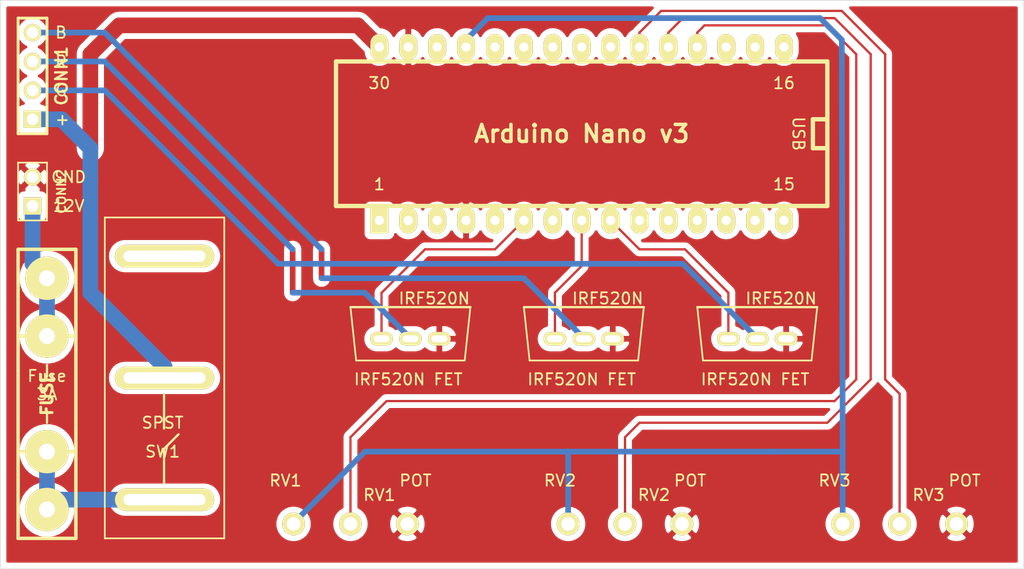
<source format=kicad_pcb>
(kicad_pcb (version 3) (host pcbnew "(2013-may-18)-stable")

  (general
    (links 26)
    (no_connects 0)
    (area 18.679999 19.949999 118.544049 70.050001)
    (thickness 1.6)
    (drawings 35)
    (tracks 91)
    (zones 0)
    (modules 12)
    (nets 15)
  )

  (page User 431.8 279.4)
  (title_block 
    (title "RGB LED v2")
    (rev 1)
    (company "coredump Hackerspace")
  )

  (layers
    (15 F.Cu signal)
    (0 B.Cu signal)
    (16 B.Adhes user hide)
    (17 F.Adhes user)
    (18 B.Paste user hide)
    (19 F.Paste user)
    (20 B.SilkS user hide)
    (21 F.SilkS user)
    (22 B.Mask user hide)
    (23 F.Mask user)
    (24 Dwgs.User user hide)
    (25 Cmts.User user hide)
    (26 Eco1.User user hide)
    (27 Eco2.User user hide)
    (28 Edge.Cuts user hide)
  )

  (setup
    (last_trace_width 0.01)
    (user_trace_width 0.2)
    (user_trace_width 0.5)
    (user_trace_width 1.38)
    (trace_clearance 0.015)
    (zone_clearance 0.508)
    (zone_45_only yes)
    (trace_min 0.01)
    (segment_width 0.2)
    (edge_width 0.1)
    (via_size 0.0295)
    (via_drill 0.0197)
    (via_min_size 0.0295)
    (via_min_drill 0.0197)
    (uvia_size 0.0295)
    (uvia_drill 0.0197)
    (uvias_allowed no)
    (uvia_min_size 0.0295)
    (uvia_min_drill 0.0197)
    (pcb_text_width 0.3)
    (pcb_text_size 1.5 1.5)
    (mod_edge_width 0.15)
    (mod_text_size 1 1)
    (mod_text_width 0.15)
    (pad_size 2 8.72)
    (pad_drill 1)
    (pad_to_mask_clearance 0)
    (aux_axis_origin 0 0)
    (visible_elements FFFE2909)
    (pcbplotparams
      (layerselection 2097152)
      (usegerberextensions true)
      (excludeedgelayer true)
      (linewidth 0.150000)
      (plotframeref false)
      (viasonmask false)
      (mode 1)
      (useauxorigin false)
      (hpglpennumber 1)
      (hpglpenspeed 20)
      (hpglpendiameter 15)
      (hpglpenoverlay 2)
      (psnegative false)
      (psa4output false)
      (plotreference false)
      (plotvalue false)
      (plotothertext false)
      (plotinvisibletext false)
      (padsonsilk false)
      (subtractmaskfromsilk false)
      (outputformat 1)
      (mirror false)
      (drillshape 0)
      (scaleselection 1)
      (outputdirectory gerber/))
  )

  (net 0 "")
  (net 1 GND)
  (net 2 N-000001)
  (net 3 N-0000010)
  (net 4 N-0000011)
  (net 5 N-0000012)
  (net 6 N-0000013)
  (net 7 N-0000014)
  (net 8 N-000002)
  (net 9 N-000003)
  (net 10 N-000004)
  (net 11 N-000005)
  (net 12 N-000007)
  (net 13 N-000008)
  (net 14 N-000009)

  (net_class Default "This is the default net class."
    (clearance 0.015)
    (trace_width 0.01)
    (via_dia 0.0295)
    (via_drill 0.0197)
    (uvia_dia 0.0295)
    (uvia_drill 0.0197)
    (add_net "")
    (add_net GND)
    (add_net N-000001)
    (add_net N-0000010)
    (add_net N-0000011)
    (add_net N-0000012)
    (add_net N-0000013)
    (add_net N-0000014)
    (add_net N-000002)
    (add_net N-000003)
    (add_net N-000004)
    (add_net N-000005)
    (add_net N-000007)
    (add_net N-000008)
    (add_net N-000009)
  )

  (module KCD3 (layer F.Cu) (tedit 54DBACBA) (tstamp 547B0845)
    (at 27.94 67.31 90)
    (path /547836EC)
    (fp_text reference SW1 (at 7.62 5.08 180) (layer F.SilkS)
      (effects (font (size 1 1) (thickness 0.15)))
    )
    (fp_text value SPST (at 10.16 5.08 180) (layer F.SilkS)
      (effects (font (size 1 1) (thickness 0.15)))
    )
    (fp_line (start 28.2 10.5) (end 0 10.5) (layer F.SilkS) (width 0.15))
    (fp_line (start 28.2 0) (end 28.2 10.5) (layer F.SilkS) (width 0.15))
    (fp_line (start 0 0) (end 28.2 0) (layer F.SilkS) (width 0.15))
    (fp_line (start 0 10.5) (end 0 0) (layer F.SilkS) (width 0.15))
    (pad 1 thru_hole oval (at 3.4 5.25 90) (size 2 8.72) (drill oval 1 7.22)
      (layers *.Cu *.Mask F.SilkS)
      (net 8 N-000002)
    )
    (pad 2 thru_hole oval (at 14.1 5.25 90) (size 2 8.72) (drill oval 1 7.22)
      (layers *.Cu *.Mask F.SilkS)
      (net 12 N-000007)
    )
    (pad 3 thru_hole oval (at 24.8 5.25 90) (size 2 8.72) (drill oval 1 7.22)
      (layers *.Cu *.Mask F.SilkS)
    )
  )

  (module POT_3 (layer F.Cu) (tedit 547CDBA2) (tstamp 547A1F0F)
    (at 49.53 66.04)
    (path /54775FF7)
    (fp_text reference RV1 (at -5.715 -3.81) (layer F.SilkS)
      (effects (font (size 1 1) (thickness 0.15)))
    )
    (fp_text value POT (at 5.715 -3.81) (layer F.SilkS)
      (effects (font (size 1 1) (thickness 0.15)))
    )
    (pad 1 thru_hole circle (at -5 0) (size 2 2) (drill 1.2)
      (layers *.Cu *.Mask F.SilkS)
      (net 2 N-000001)
    )
    (pad 2 thru_hole circle (at 0 0) (size 2 2) (drill 1.2)
      (layers *.Cu *.Mask F.SilkS)
      (net 9 N-000003)
    )
    (pad 3 thru_hole circle (at 5 0) (size 2 2) (drill 1.2)
      (layers *.Cu *.Mask F.SilkS)
      (net 1 GND)
    )
  )

  (module PIN_ARRAY_4x1 (layer F.Cu) (tedit 547AED6C) (tstamp 547A1F37)
    (at 21.59 26.67 90)
    (descr "Double rangee de contacts 2 x 5 pins")
    (tags CONN)
    (path /5476D68C)
    (fp_text reference CONN1 (at 0 2.54 90) (layer F.SilkS)
      (effects (font (size 1.016 1.016) (thickness 0.2032)))
    )
    (fp_text value "RGB LED" (at 0 2.54 90) (layer F.SilkS) hide
      (effects (font (size 1.016 1.016) (thickness 0.2032)))
    )
    (fp_line (start 5.08 1.27) (end -5.08 1.27) (layer F.SilkS) (width 0.254))
    (fp_line (start 5.08 -1.27) (end -5.08 -1.27) (layer F.SilkS) (width 0.254))
    (fp_line (start -5.08 -1.27) (end -5.08 1.27) (layer F.SilkS) (width 0.254))
    (fp_line (start 5.08 1.27) (end 5.08 -1.27) (layer F.SilkS) (width 0.254))
    (pad 1 thru_hole rect (at -3.81 0 90) (size 1.524 1.524) (drill 1.016)
      (layers *.Cu *.Mask F.SilkS)
      (net 12 N-000007)
    )
    (pad 2 thru_hole circle (at -1.27 0 90) (size 1.524 1.524) (drill 1.016)
      (layers *.Cu *.Mask F.SilkS)
      (net 5 N-0000012)
    )
    (pad 3 thru_hole circle (at 1.27 0 90) (size 1.524 1.524) (drill 1.016)
      (layers *.Cu *.Mask F.SilkS)
      (net 6 N-0000013)
    )
    (pad 4 thru_hole circle (at 3.81 0 90) (size 1.524 1.524) (drill 1.016)
      (layers *.Cu *.Mask F.SilkS)
      (net 7 N-0000014)
    )
    (model pin_array\pins_array_4x1.wrl
      (at (xyz 0 0 0))
      (scale (xyz 1 1 1))
      (rotate (xyz 0 0 0))
    )
  )

  (module PIN_ARRAY_2X1 (layer F.Cu) (tedit 547AED78) (tstamp 547B0B73)
    (at 21.59 36.83 90)
    (descr "Connecteurs 2 pins")
    (tags "CONN DEV")
    (path /547A1B2B)
    (fp_text reference CONN2 (at 0 2.54 90) (layer F.SilkS)
      (effects (font (size 0.762 0.762) (thickness 0.1524)))
    )
    (fp_text value "VCC 12V" (at 0 -1.905 90) (layer F.SilkS) hide
      (effects (font (size 0.762 0.762) (thickness 0.1524)))
    )
    (fp_line (start -2.54 1.27) (end -2.54 -1.27) (layer F.SilkS) (width 0.1524))
    (fp_line (start -2.54 -1.27) (end 2.54 -1.27) (layer F.SilkS) (width 0.1524))
    (fp_line (start 2.54 -1.27) (end 2.54 1.27) (layer F.SilkS) (width 0.1524))
    (fp_line (start 2.54 1.27) (end -2.54 1.27) (layer F.SilkS) (width 0.1524))
    (pad 1 thru_hole rect (at -1.27 0 90) (size 1.524 1.524) (drill 1.016)
      (layers *.Cu *.Mask F.SilkS)
      (net 13 N-000008)
    )
    (pad 2 thru_hole circle (at 1.27 0 90) (size 1.524 1.524) (drill 1.016)
      (layers *.Cu *.Mask F.SilkS)
      (net 1 GND)
    )
    (model pin_array/pins_array_2x1.wrl
      (at (xyz 0 0 0))
      (scale (xyz 1 1 1))
      (rotate (xyz 0 0 0))
    )
  )

  (module arduino_nano (layer F.Cu) (tedit 547CCCCD) (tstamp 547B07E1)
    (at 68.58 31.75 180)
    (descr "30 pins DIL package, elliptical pads, width 600mil (arduino nano)")
    (tags "DIL arduino nano")
    (path /54776301)
    (fp_text reference UC1 (at -16.51 0 180) (layer F.SilkS) hide
      (effects (font (size 1.778 1.778) (thickness 0.3048)))
    )
    (fp_text value ARDUINO_NANO (at -10.795 3.175 180) (layer F.SilkS) hide
      (effects (font (size 1.778 1.778) (thickness 0.3048)))
    )
    (fp_line (start -22.86 -6.35) (end 20.32 -6.35) (layer F.SilkS) (width 0.381))
    (fp_line (start 20.32 -6.35) (end 20.32 6.35) (layer F.SilkS) (width 0.381))
    (fp_line (start 20.32 6.35) (end -22.86 6.35) (layer F.SilkS) (width 0.381))
    (fp_line (start -22.86 6.35) (end -22.86 -6.35) (layer F.SilkS) (width 0.381))
    (fp_line (start -22.86 1.27) (end -21.59 1.27) (layer F.SilkS) (width 0.381))
    (fp_line (start -21.59 1.27) (end -21.59 -1.27) (layer F.SilkS) (width 0.381))
    (fp_line (start -21.59 -1.27) (end -22.86 -1.27) (layer F.SilkS) (width 0.381))
    (pad 1 thru_hole oval (at -19.05 7.62 180) (size 1.5748 2.286) (drill 0.8128)
      (layers *.Cu *.Mask F.SilkS)
    )
    (pad 2 thru_hole oval (at -16.51 7.62 180) (size 1.5748 2.286) (drill 0.8128)
      (layers *.Cu *.Mask F.SilkS)
    )
    (pad 3 thru_hole oval (at -13.97 7.62 180) (size 1.5748 2.286) (drill 0.8128)
      (layers *.Cu *.Mask F.SilkS)
    )
    (pad 4 thru_hole oval (at -11.43 7.62 180) (size 1.5748 2.286) (drill 0.8128)
      (layers *.Cu *.Mask F.SilkS)
      (net 9 N-000003)
    )
    (pad 5 thru_hole oval (at -8.89 7.62 180) (size 1.5748 2.286) (drill 0.8128)
      (layers *.Cu *.Mask F.SilkS)
      (net 10 N-000004)
    )
    (pad 6 thru_hole oval (at -6.35 7.62 180) (size 1.5748 2.286) (drill 0.8128)
      (layers *.Cu *.Mask F.SilkS)
      (net 11 N-000005)
    )
    (pad 7 thru_hole oval (at -3.81 7.62 180) (size 1.5748 2.286) (drill 0.8128)
      (layers *.Cu *.Mask F.SilkS)
    )
    (pad 8 thru_hole oval (at -1.27 7.62 180) (size 1.5748 2.286) (drill 0.8128)
      (layers *.Cu *.Mask F.SilkS)
    )
    (pad 9 thru_hole oval (at 1.27 7.62 180) (size 1.5748 2.286) (drill 0.8128)
      (layers *.Cu *.Mask F.SilkS)
    )
    (pad 10 thru_hole oval (at 3.81 7.62 180) (size 1.5748 2.286) (drill 0.8128)
      (layers *.Cu *.Mask F.SilkS)
    )
    (pad 11 thru_hole oval (at 6.35 7.62 180) (size 1.5748 2.286) (drill 0.8128)
      (layers *.Cu *.Mask F.SilkS)
    )
    (pad 12 thru_hole oval (at 8.89 7.62 180) (size 1.5748 2.286) (drill 0.8128)
      (layers *.Cu *.Mask F.SilkS)
      (net 2 N-000001)
    )
    (pad 13 thru_hole oval (at 11.43 7.62 180) (size 1.5748 2.286) (drill 0.8128)
      (layers *.Cu *.Mask F.SilkS)
    )
    (pad 14 thru_hole oval (at 13.97 7.62 180) (size 1.5748 2.286) (drill 0.8128)
      (layers *.Cu *.Mask F.SilkS)
      (net 1 GND)
    )
    (pad 15 thru_hole oval (at 16.51 7.62 180) (size 1.5748 2.286) (drill 0.8128)
      (layers *.Cu *.Mask F.SilkS)
      (net 12 N-000007)
    )
    (pad 16 thru_hole rect (at 16.51 -7.62 180) (size 1.5748 2.286) (drill 0.8128)
      (layers *.Cu *.Mask F.SilkS)
    )
    (pad 17 thru_hole oval (at 13.97 -7.62 180) (size 1.5748 2.286) (drill 0.8128)
      (layers *.Cu *.Mask F.SilkS)
    )
    (pad 18 thru_hole oval (at 11.43 -7.62 180) (size 1.5748 2.286) (drill 0.8128)
      (layers *.Cu *.Mask F.SilkS)
    )
    (pad 19 thru_hole oval (at 8.89 -7.62 180) (size 1.5748 2.286) (drill 0.8128)
      (layers *.Cu *.Mask F.SilkS)
      (net 1 GND)
    )
    (pad 20 thru_hole oval (at 6.35 -7.62 180) (size 1.5748 2.286) (drill 0.8128)
      (layers *.Cu *.Mask F.SilkS)
    )
    (pad 21 thru_hole oval (at 3.81 -7.62 180) (size 1.5748 2.286) (drill 0.8128)
      (layers *.Cu *.Mask F.SilkS)
      (net 14 N-000009)
    )
    (pad 22 thru_hole oval (at 1.27 -7.62 180) (size 1.5748 2.286) (drill 0.8128)
      (layers *.Cu *.Mask F.SilkS)
    )
    (pad 23 thru_hole oval (at -1.27 -7.62 180) (size 1.5748 2.286) (drill 0.8128)
      (layers *.Cu *.Mask F.SilkS)
      (net 3 N-0000010)
    )
    (pad 24 thru_hole oval (at -3.81 -7.62 180) (size 1.5748 2.286) (drill 0.8128)
      (layers *.Cu *.Mask F.SilkS)
      (net 4 N-0000011)
    )
    (pad 25 thru_hole oval (at -6.35 -7.62 180) (size 1.5748 2.286) (drill 0.8128)
      (layers *.Cu *.Mask F.SilkS)
    )
    (pad 26 thru_hole oval (at -8.89 -7.62 180) (size 1.5748 2.286) (drill 0.8128)
      (layers *.Cu *.Mask F.SilkS)
    )
    (pad 27 thru_hole oval (at -11.43 -7.62 180) (size 1.5748 2.286) (drill 0.8128)
      (layers *.Cu *.Mask F.SilkS)
    )
    (pad 28 thru_hole oval (at -13.97 -7.62 180) (size 1.5748 2.286) (drill 0.8128)
      (layers *.Cu *.Mask F.SilkS)
    )
    (pad 29 thru_hole oval (at -16.51 -7.62 180) (size 1.5748 2.286) (drill 0.8128)
      (layers *.Cu *.Mask F.SilkS)
    )
    (pad 30 thru_hole oval (at -19.05 -7.62 180) (size 1.5748 2.286) (drill 0.8128)
      (layers *.Cu *.Mask F.SilkS)
    )
    (model arduino-nano.wrl
      (at (xyz -0.978 -0.385 0))
      (scale (xyz 0.3937 0.3937 0.3937))
      (rotate (xyz 0 0 0))
    )
  )

  (module OSHW_MASK_7MM (layer F.Cu) (tedit 0) (tstamp 547A39AD)
    (at 36.83 28.575)
    (fp_text reference G*** (at 0 3.71094) (layer F.Mask) hide
      (effects (font (size 0.3175 0.3175) (thickness 0.0635)))
    )
    (fp_text value LOGO (at 0 -3.71094) (layer F.Mask) hide
      (effects (font (size 0.3175 0.3175) (thickness 0.0635)))
    )
    (fp_poly (pts (xy -2.1209 3.14452) (xy -2.08534 3.1242) (xy -2.00152 3.0734) (xy -1.88468 2.9972)
      (xy -1.74752 2.90322) (xy -1.60782 2.80924) (xy -1.49606 2.73304) (xy -1.41478 2.68224)
      (xy -1.38176 2.66446) (xy -1.36398 2.66954) (xy -1.29794 2.70256) (xy -1.20142 2.75082)
      (xy -1.14808 2.7813) (xy -1.05918 2.8194) (xy -1.016 2.82702) (xy -1.00838 2.81432)
      (xy -0.97536 2.74574) (xy -0.92456 2.63144) (xy -0.85852 2.48158) (xy -0.78486 2.30378)
      (xy -0.70358 2.11074) (xy -0.6223 1.91516) (xy -0.54356 1.72974) (xy -0.47498 1.5621)
      (xy -0.42164 1.42494) (xy -0.38354 1.33096) (xy -0.37084 1.29032) (xy -0.37592 1.2827)
      (xy -0.4191 1.23952) (xy -0.4953 1.1811) (xy -0.6604 1.04648) (xy -0.8255 0.84328)
      (xy -0.92456 0.61214) (xy -0.95758 0.35306) (xy -0.92964 0.1143) (xy -0.83566 -0.1143)
      (xy -0.67564 -0.32004) (xy -0.4826 -0.47244) (xy -0.254 -0.5715) (xy 0 -0.60198)
      (xy 0.24384 -0.57404) (xy 0.47752 -0.4826) (xy 0.68326 -0.32512) (xy 0.77216 -0.22352)
      (xy 0.89154 -0.01524) (xy 0.96012 0.20828) (xy 0.96774 0.26416) (xy 0.95758 0.51054)
      (xy 0.88392 0.74676) (xy 0.75438 0.95758) (xy 0.57404 1.1303) (xy 0.55118 1.14554)
      (xy 0.46736 1.20904) (xy 0.41148 1.25222) (xy 0.3683 1.28778) (xy 0.68072 2.03962)
      (xy 0.73152 2.16154) (xy 0.81788 2.36728) (xy 0.89408 2.54508) (xy 0.9525 2.68478)
      (xy 0.99568 2.77876) (xy 1.01346 2.81686) (xy 1.016 2.8194) (xy 1.04394 2.82448)
      (xy 1.09982 2.80416) (xy 1.2065 2.75336) (xy 1.27508 2.7178) (xy 1.35636 2.67716)
      (xy 1.39192 2.66446) (xy 1.4224 2.6797) (xy 1.4986 2.7305) (xy 1.61036 2.80416)
      (xy 1.74498 2.8956) (xy 1.87452 2.9845) (xy 1.99136 3.0607) (xy 2.07772 3.11658)
      (xy 2.11836 3.13944) (xy 2.12598 3.13944) (xy 2.16408 3.11912) (xy 2.23012 3.0607)
      (xy 2.33426 2.96418) (xy 2.47904 2.82194) (xy 2.5019 2.79908) (xy 2.62128 2.67716)
      (xy 2.7178 2.57556) (xy 2.7813 2.50444) (xy 2.8067 2.47142) (xy 2.8067 2.47142)
      (xy 2.78384 2.43078) (xy 2.7305 2.34442) (xy 2.65176 2.22504) (xy 2.55524 2.08534)
      (xy 2.30632 1.72212) (xy 2.44348 1.37922) (xy 2.48666 1.27508) (xy 2.54 1.14808)
      (xy 2.5781 1.05664) (xy 2.59842 1.01854) (xy 2.63652 1.0033) (xy 2.7305 0.98298)
      (xy 2.86512 0.95504) (xy 3.02768 0.92456) (xy 3.18262 0.89408) (xy 3.32232 0.86868)
      (xy 3.42138 0.84836) (xy 3.4671 0.84074) (xy 3.47726 0.83312) (xy 3.48742 0.8128)
      (xy 3.4925 0.76454) (xy 3.49758 0.68072) (xy 3.49758 0.5461) (xy 3.49758 0.35306)
      (xy 3.49758 0.33274) (xy 3.49758 0.14732) (xy 3.4925 0.00254) (xy 3.48742 -0.09398)
      (xy 3.48234 -0.13208) (xy 3.48234 -0.13208) (xy 3.43916 -0.14224) (xy 3.3401 -0.16256)
      (xy 3.2004 -0.1905) (xy 3.0353 -0.22098) (xy 3.02514 -0.22352) (xy 2.8575 -0.25654)
      (xy 2.72034 -0.28448) (xy 2.62382 -0.30734) (xy 2.58064 -0.32004) (xy 2.57302 -0.3302)
      (xy 2.54 -0.39624) (xy 2.49174 -0.49784) (xy 2.4384 -0.62484) (xy 2.38252 -0.75438)
      (xy 2.3368 -0.87122) (xy 2.30632 -0.95758) (xy 2.29616 -0.99822) (xy 2.29616 -0.99822)
      (xy 2.32156 -1.03886) (xy 2.37744 -1.12268) (xy 2.45872 -1.24206) (xy 2.55524 -1.3843)
      (xy 2.56286 -1.39446) (xy 2.65684 -1.53416) (xy 2.73558 -1.65354) (xy 2.78638 -1.73736)
      (xy 2.8067 -1.77546) (xy 2.80416 -1.778) (xy 2.77368 -1.81864) (xy 2.70256 -1.89992)
      (xy 2.60096 -2.0066) (xy 2.4765 -2.12852) (xy 2.4384 -2.16662) (xy 2.30378 -2.30124)
      (xy 2.20726 -2.3876) (xy 2.14884 -2.43332) (xy 2.1209 -2.44348) (xy 2.1209 -2.44348)
      (xy 2.07772 -2.41808) (xy 1.98882 -2.35966) (xy 1.86944 -2.27838) (xy 1.7272 -2.18186)
      (xy 1.71704 -2.17678) (xy 1.57734 -2.08026) (xy 1.4605 -2.00152) (xy 1.37922 -1.94564)
      (xy 1.34366 -1.92532) (xy 1.33604 -1.92532) (xy 1.28016 -1.94056) (xy 1.1811 -1.97612)
      (xy 1.05664 -2.02438) (xy 0.9271 -2.07518) (xy 0.81026 -2.12598) (xy 0.72136 -2.16662)
      (xy 0.68072 -2.18948) (xy 0.67818 -2.19202) (xy 0.66548 -2.24282) (xy 0.64008 -2.34696)
      (xy 0.6096 -2.49174) (xy 0.57912 -2.66192) (xy 0.57404 -2.68986) (xy 0.54102 -2.85496)
      (xy 0.51562 -2.99466) (xy 0.4953 -3.08864) (xy 0.48514 -3.12928) (xy 0.46228 -3.13436)
      (xy 0.381 -3.13944) (xy 0.25654 -3.14198) (xy 0.10414 -3.14452) (xy -0.05334 -3.14452)
      (xy -0.20828 -3.13944) (xy -0.34036 -3.13436) (xy -0.43434 -3.12928) (xy -0.47244 -3.12166)
      (xy -0.47498 -3.11912) (xy -0.49022 -3.06832) (xy -0.51308 -2.96164) (xy -0.54102 -2.81686)
      (xy -0.57404 -2.64668) (xy -0.57912 -2.6162) (xy -0.61214 -2.44856) (xy -0.64008 -2.3114)
      (xy -0.6604 -2.21996) (xy -0.67056 -2.18186) (xy -0.6858 -2.17424) (xy -0.75438 -2.14376)
      (xy -0.86614 -2.09804) (xy -1.0033 -2.04216) (xy -1.32334 -1.91262) (xy -1.71704 -2.18186)
      (xy -1.7526 -2.20472) (xy -1.89484 -2.30124) (xy -2.00914 -2.37998) (xy -2.09042 -2.43078)
      (xy -2.12344 -2.4511) (xy -2.12598 -2.44856) (xy -2.16662 -2.41554) (xy -2.24536 -2.34188)
      (xy -2.3495 -2.23774) (xy -2.47396 -2.11582) (xy -2.5654 -2.02438) (xy -2.67462 -1.91262)
      (xy -2.7432 -1.83896) (xy -2.77876 -1.7907) (xy -2.794 -1.76276) (xy -2.78892 -1.74498)
      (xy -2.76352 -1.70434) (xy -2.70764 -1.61798) (xy -2.62636 -1.4986) (xy -2.52984 -1.3589)
      (xy -2.4511 -1.24206) (xy -2.36728 -1.10998) (xy -2.3114 -1.016) (xy -2.29108 -0.97028)
      (xy -2.29616 -0.9525) (xy -2.3241 -0.87376) (xy -2.36982 -0.75946) (xy -2.43078 -0.61976)
      (xy -2.5654 -0.30988) (xy -2.77114 -0.26924) (xy -2.89306 -0.24638) (xy -3.06578 -0.21336)
      (xy -3.23088 -0.18034) (xy -3.48996 -0.13208) (xy -3.50012 0.81534) (xy -3.45948 0.83312)
      (xy -3.42138 0.84328) (xy -3.32486 0.8636) (xy -3.1877 0.89154) (xy -3.02768 0.92202)
      (xy -2.89052 0.94742) (xy -2.75336 0.97536) (xy -2.6543 0.99314) (xy -2.60858 1.0033)
      (xy -2.59842 1.01854) (xy -2.56286 1.08458) (xy -2.5146 1.19126) (xy -2.45872 1.31826)
      (xy -2.40284 1.45288) (xy -2.35458 1.5748) (xy -2.32156 1.66878) (xy -2.30886 1.71704)
      (xy -2.32664 1.7526) (xy -2.37998 1.83388) (xy -2.45618 1.95072) (xy -2.55016 2.08788)
      (xy -2.64414 2.22504) (xy -2.72288 2.34188) (xy -2.77876 2.4257) (xy -2.80162 2.4638)
      (xy -2.78892 2.49174) (xy -2.73558 2.55778) (xy -2.63144 2.66446) (xy -2.4765 2.81686)
      (xy -2.4511 2.84226) (xy -2.32918 2.9591) (xy -2.22504 3.05562) (xy -2.15392 3.11912)
      (xy -2.1209 3.14452)) (layer F.Mask) (width 0.00254))
  )

  (module FUSE5-20 (layer F.Cu) (tedit 547B080A) (tstamp 547B0B91)
    (at 22.86 54.61 270)
    (descr "Support fusible 5 x 20")
    (tags DEV)
    (path /547B0358)
    (fp_text reference F1 (at 0 0 270) (layer F.SilkS) hide
      (effects (font (size 2.83464 1.59512) (thickness 0.3048)))
    )
    (fp_text value FUSE (at 0 0 270) (layer F.SilkS)
      (effects (font (size 1 1) (thickness 0.25)))
    )
    (fp_line (start -12.7 -2.54) (end 12.7 -2.54) (layer F.SilkS) (width 0.3048))
    (fp_line (start 12.7 -2.54) (end 12.7 2.54) (layer F.SilkS) (width 0.3048))
    (fp_line (start 12.7 2.54) (end -12.7 2.54) (layer F.SilkS) (width 0.3048))
    (fp_line (start -12.7 2.54) (end -12.7 -2.54) (layer F.SilkS) (width 0.3048))
    (fp_line (start -5.08 -2.54) (end -5.08 2.54) (layer F.SilkS) (width 0.3048))
    (fp_line (start 5.08 -2.54) (end 5.08 2.54) (layer F.SilkS) (width 0.3048))
    (pad 1 thru_hole circle (at -10.16 0 270) (size 3.81 3.81) (drill 1.397)
      (layers *.Cu *.Mask F.SilkS)
      (net 13 N-000008)
    )
    (pad 1 thru_hole circle (at -5.08 0 270) (size 3.81 3.81) (drill 1.397)
      (layers *.Cu *.Mask F.SilkS)
      (net 13 N-000008)
    )
    (pad 2 thru_hole circle (at 5.08 0 270) (size 3.81 3.81) (drill 1.397)
      (layers *.Cu *.Mask F.SilkS)
      (net 8 N-000002)
    )
    (pad 2 thru_hole circle (at 10.16 0 270) (size 3.81 3.81) (drill 1.397)
      (layers *.Cu *.Mask F.SilkS)
      (net 8 N-000002)
    )
  )

  (module IRF520N (layer F.Cu) (tedit 547B0EB1) (tstamp 547B0811)
    (at 49.53 46.99)
    (path /5476D26F)
    (fp_text reference QR1 (at -1.27 5.08) (layer F.SilkS) hide
      (effects (font (size 1 1) (thickness 0.15)))
    )
    (fp_text value "IRF520N FET" (at 5.08 6.35) (layer F.SilkS)
      (effects (font (size 1 1) (thickness 0.15)))
    )
    (fp_line (start 0 0) (end 10.54 0) (layer F.SilkS) (width 0.15))
    (fp_line (start 10.54 0) (end 10.04 4.69) (layer F.SilkS) (width 0.15))
    (fp_line (start 10.04 4.69) (end 0.5 4.69) (layer F.SilkS) (width 0.15))
    (fp_line (start 0.5 4.69) (end 0 0) (layer F.SilkS) (width 0.15))
    (pad G thru_hole oval (at 2.73 2.78) (size 2 1.2) (drill oval 1.4 0.6)
      (layers *.Cu *.Mask F.SilkS)
      (net 14 N-000009)
    )
    (pad D thru_hole oval (at 5.27 2.78) (size 2 1.2) (drill oval 1.4 0.6)
      (layers *.Cu *.Mask F.SilkS)
      (net 6 N-0000013)
    )
    (pad S thru_hole oval (at 7.81 2.78) (size 2 1.2) (drill oval 1.4 0.6)
      (layers *.Cu *.Mask F.SilkS)
      (net 1 GND)
    )
    (model irf520n.wrl
      (at (xyz 0 0 0))
      (scale (xyz 0.3937 0.3937 0.3937))
      (rotate (xyz 0 0 0))
    )
  )

  (module IRF520N (layer F.Cu) (tedit 547B0EB1) (tstamp 547B07F9)
    (at 64.77 46.99)
    (path /5476D28C)
    (fp_text reference QB1 (at -1.27 5.08) (layer F.SilkS) hide
      (effects (font (size 1 1) (thickness 0.15)))
    )
    (fp_text value "IRF520N FET" (at 5.08 6.35) (layer F.SilkS)
      (effects (font (size 1 1) (thickness 0.15)))
    )
    (fp_line (start 0 0) (end 10.54 0) (layer F.SilkS) (width 0.15))
    (fp_line (start 10.54 0) (end 10.04 4.69) (layer F.SilkS) (width 0.15))
    (fp_line (start 10.04 4.69) (end 0.5 4.69) (layer F.SilkS) (width 0.15))
    (fp_line (start 0.5 4.69) (end 0 0) (layer F.SilkS) (width 0.15))
    (pad G thru_hole oval (at 2.73 2.78) (size 2 1.2) (drill oval 1.4 0.6)
      (layers *.Cu *.Mask F.SilkS)
      (net 3 N-0000010)
    )
    (pad D thru_hole oval (at 5.27 2.78) (size 2 1.2) (drill oval 1.4 0.6)
      (layers *.Cu *.Mask F.SilkS)
      (net 7 N-0000014)
    )
    (pad S thru_hole oval (at 7.81 2.78) (size 2 1.2) (drill oval 1.4 0.6)
      (layers *.Cu *.Mask F.SilkS)
      (net 1 GND)
    )
    (model irf520n.wrl
      (at (xyz 0 0 0))
      (scale (xyz 0.3937 0.3937 0.3937))
      (rotate (xyz 0 0 0))
    )
  )

  (module IRF520N (layer F.Cu) (tedit 547B0EB1) (tstamp 547B0F7F)
    (at 80.01 46.99)
    (path /5476D286)
    (fp_text reference QG1 (at -1.27 5.08) (layer F.SilkS) hide
      (effects (font (size 1 1) (thickness 0.15)))
    )
    (fp_text value "IRF520N FET" (at 5.08 6.35) (layer F.SilkS)
      (effects (font (size 1 1) (thickness 0.15)))
    )
    (fp_line (start 0 0) (end 10.54 0) (layer F.SilkS) (width 0.15))
    (fp_line (start 10.54 0) (end 10.04 4.69) (layer F.SilkS) (width 0.15))
    (fp_line (start 10.04 4.69) (end 0.5 4.69) (layer F.SilkS) (width 0.15))
    (fp_line (start 0.5 4.69) (end 0 0) (layer F.SilkS) (width 0.15))
    (pad G thru_hole oval (at 2.73 2.78) (size 2 1.2) (drill oval 1.4 0.6)
      (layers *.Cu *.Mask F.SilkS)
      (net 4 N-0000011)
    )
    (pad D thru_hole oval (at 5.27 2.78) (size 2 1.2) (drill oval 1.4 0.6)
      (layers *.Cu *.Mask F.SilkS)
      (net 5 N-0000012)
    )
    (pad S thru_hole oval (at 7.81 2.78) (size 2 1.2) (drill oval 1.4 0.6)
      (layers *.Cu *.Mask F.SilkS)
      (net 1 GND)
    )
    (model irf520n.wrl
      (at (xyz 0 0 0))
      (scale (xyz 0.3937 0.3937 0.3937))
      (rotate (xyz 0 0 0))
    )
  )

  (module POT_3_Naked (layer F.Cu) (tedit 547CDBA2) (tstamp 547A1F1D)
    (at 73.66 66.04)
    (path /54776051)
    (fp_text reference RV2 (at -5.715 -3.81) (layer F.SilkS)
      (effects (font (size 1 1) (thickness 0.15)))
    )
    (fp_text value POT (at 5.715 -3.81) (layer F.SilkS)
      (effects (font (size 1 1) (thickness 0.15)))
    )
    (pad 1 thru_hole circle (at -5 0) (size 2 2) (drill 1.2)
      (layers *.Cu *.Mask F.SilkS)
      (net 2 N-000001)
    )
    (pad 2 thru_hole circle (at 0 0) (size 2 2) (drill 1.2)
      (layers *.Cu *.Mask F.SilkS)
      (net 10 N-000004)
    )
    (pad 3 thru_hole circle (at 5 0) (size 2 2) (drill 1.2)
      (layers *.Cu *.Mask F.SilkS)
      (net 1 GND)
    )
  )

  (module POT_3_Naked (layer F.Cu) (tedit 547CDBA2) (tstamp 547B1F95)
    (at 97.79 66.04)
    (path /54776057)
    (fp_text reference RV3 (at -5.715 -3.81) (layer F.SilkS)
      (effects (font (size 1 1) (thickness 0.15)))
    )
    (fp_text value POT (at 5.715 -3.81) (layer F.SilkS)
      (effects (font (size 1 1) (thickness 0.15)))
    )
    (pad 1 thru_hole circle (at -5 0) (size 2 2) (drill 1.2)
      (layers *.Cu *.Mask F.SilkS)
      (net 2 N-000001)
    )
    (pad 2 thru_hole circle (at 0 0) (size 2 2) (drill 1.2)
      (layers *.Cu *.Mask F.SilkS)
      (net 11 N-000005)
    )
    (pad 3 thru_hole circle (at 5 0) (size 2 2) (drill 1.2)
      (layers *.Cu *.Mask F.SilkS)
      (net 1 GND)
    )
  )

  (gr_text RV3 (at 100.33 63.5) (layer F.SilkS)
    (effects (font (size 1 1) (thickness 0.15)))
  )
  (gr_text RV2 (at 76.2 63.5) (layer F.SilkS)
    (effects (font (size 1 1) (thickness 0.15)))
  )
  (gr_text RV1 (at 52.07 63.5) (layer F.SilkS)
    (effects (font (size 1 1) (thickness 0.15)))
  )
  (gr_text IRF520N (at 87.376 46.228) (layer F.SilkS)
    (effects (font (size 1 1) (thickness 0.15)))
  )
  (gr_text IRF520N (at 72.136 46.228) (layer F.SilkS)
    (effects (font (size 1 1) (thickness 0.15)))
  )
  (gr_text IRF520N (at 56.896 46.228) (layer F.SilkS)
    (effects (font (size 1 1) (thickness 0.15)))
  )
  (gr_line (start 80.01 46.99) (end 90.551 46.99) (angle 90) (layer F.SilkS) (width 0.2))
  (gr_line (start 64.77 46.99) (end 75.311 46.99) (angle 90) (layer F.SilkS) (width 0.2))
  (gr_line (start 49.53 46.99) (end 60.071 46.99) (angle 90) (layer F.SilkS) (width 0.2))
  (gr_line (start 33.147 62.23) (end 33.147 62.484) (angle 90) (layer F.SilkS) (width 0.2))
  (gr_line (start 33.147 54.864) (end 33.147 54.61) (angle 90) (layer F.SilkS) (width 0.2))
  (gr_line (start 33.147 59.436) (end 34.417 58.166) (angle 90) (layer F.SilkS) (width 0.2))
  (gr_line (start 33.147 54.864) (end 33.147 57.658) (angle 90) (layer F.SilkS) (width 0.2))
  (gr_line (start 33.147 62.23) (end 33.147 59.436) (angle 90) (layer F.SilkS) (width 0.2))
  (gr_line (start 22.86 56.134) (end 22.86 57.15) (angle 90) (layer F.SilkS) (width 0.2))
  (gr_line (start 22.86 52.07) (end 22.86 53.086) (angle 90) (layer F.SilkS) (width 0.2))
  (gr_text "Fuse\n3A" (at 22.86 53.848) (layer F.SilkS)
    (effects (font (size 1 1) (thickness 0.15)))
  )
  (gr_text B (at 23.495 22.86) (layer F.SilkS)
    (effects (font (size 1 1) (thickness 0.15)) (justify left))
  )
  (gr_text R (at 23.495 25.4) (layer F.SilkS)
    (effects (font (size 1 1) (thickness 0.15)) (justify left))
  )
  (gr_text G (at 23.495 27.94) (layer F.SilkS)
    (effects (font (size 1 1) (thickness 0.15)) (justify left))
  )
  (gr_text + (at 23.495 30.48) (layer F.SilkS)
    (effects (font (size 1 1) (thickness 0.15)) (justify left))
  )
  (gr_text GND (at 24.765 35.56) (layer F.SilkS)
    (effects (font (size 1 1) (thickness 0.15)))
  )
  (gr_text 12V (at 24.765 38.1) (layer F.SilkS)
    (effects (font (size 1 1) (thickness 0.15)))
  )
  (gr_text USB (at 88.9 31.75 270) (layer F.SilkS)
    (effects (font (size 1 1) (thickness 0.15)))
  )
  (gr_text 1 (at 52.07 36.195) (layer F.SilkS)
    (effects (font (size 1 1) (thickness 0.15)))
  )
  (gr_text 30 (at 52.07 27.305) (layer F.SilkS)
    (effects (font (size 1 1) (thickness 0.15)))
  )
  (gr_text "Arduino Nano v3" (at 69.85 31.75) (layer F.SilkS)
    (effects (font (size 1.5 1.5) (thickness 0.3)))
  )
  (gr_text 15 (at 87.63 36.195) (layer F.SilkS)
    (effects (font (size 1 1) (thickness 0.15)))
  )
  (gr_text 16 (at 87.63 27.305) (layer F.SilkS)
    (effects (font (size 1 1) (thickness 0.15)))
  )
  (gr_text "open source\nhardware" (at 36.83 33.655) (layer F.Mask)
    (effects (font (size 1.4 1.4) (thickness 0.25)))
  )
  (gr_text "coredump\nRGB LED V2 2014" (at 104.775 36.83 270) (layer F.Mask)
    (effects (font (size 2 2) (thickness 0.3)))
  )
  (gr_line (start 18.73 20) (end 18.73 70) (angle 90) (layer Edge.Cuts) (width 0.1))
  (gr_line (start 18.73 20) (end 108.73 20) (angle 90) (layer Edge.Cuts) (width 0.1))
  (gr_line (start 108.73 20) (end 108.73 70) (angle 90) (layer Edge.Cuts) (width 0.1))
  (gr_line (start 18.73 70) (end 108.73 70) (angle 90) (layer Edge.Cuts) (width 0.1))

  (segment (start 68.66 59.69) (end 50.8 59.69) (width 0.5) (layer B.Cu) (net 2))
  (segment (start 44.53 65.96) (end 50.8 59.69) (width 0.5) (layer B.Cu) (net 2) (tstamp 547CF1C3))
  (segment (start 44.53 65.96) (end 44.53 66.04) (width 0.5) (layer B.Cu) (net 2))
  (segment (start 68.66 66.04) (end 68.66 59.69) (width 0.5) (layer B.Cu) (net 2))
  (segment (start 68.66 59.69) (end 68.58 59.69) (width 0.5) (layer B.Cu) (net 2) (tstamp 547CF1BD))
  (segment (start 86.36 59.69) (end 92.79 59.69) (width 0.5) (layer B.Cu) (net 2))
  (segment (start 92.79 59.69) (end 92.71 59.69) (width 0.5) (layer B.Cu) (net 2) (tstamp 547CF1B6))
  (segment (start 92.71 59.69) (end 92.79 59.69) (width 0.5) (layer B.Cu) (net 2) (tstamp 547CF1B8))
  (segment (start 59.69 24.13) (end 59.69 23.495) (width 0.5) (layer B.Cu) (net 2))
  (segment (start 59.69 23.495) (end 61.595 21.59) (width 0.5) (layer B.Cu) (net 2) (tstamp 547CF1AC))
  (segment (start 61.595 21.59) (end 90.805 21.59) (width 0.5) (layer B.Cu) (net 2) (tstamp 547CF1AD))
  (segment (start 90.805 21.59) (end 92.71 23.495) (width 0.5) (layer B.Cu) (net 2) (tstamp 547CF1AE))
  (segment (start 92.71 23.495) (end 92.79 59.69) (width 0.5) (layer B.Cu) (net 2) (tstamp 547CF1B0))
  (segment (start 92.79 59.69) (end 92.79 66.04) (width 0.5) (layer B.Cu) (net 2) (tstamp 547CF1B9))
  (segment (start 68.58 59.69) (end 86.36 59.69) (width 0.5) (layer B.Cu) (net 2) (tstamp 547CF1C0))
  (segment (start 86.36 59.69) (end 86.44 59.69) (width 0.5) (layer B.Cu) (net 2) (tstamp 547CF1B4))
  (segment (start 67.5 49.77) (end 67.5 45.7205) (width 0.2) (layer F.Cu) (net 3))
  (segment (start 67.5 45.7205) (end 69.85 43.3705) (width 0.2) (layer F.Cu) (net 3) (tstamp 547B118D))
  (segment (start 69.85 43.3705) (end 69.85 39.37) (width 0.2) (layer F.Cu) (net 3) (tstamp 547B1194))
  (segment (start 82.74 49.77) (end 82.74 45.7205) (width 0.2) (layer F.Cu) (net 4))
  (segment (start 82.74 45.7205) (end 78.9305 41.911) (width 0.2) (layer F.Cu) (net 4) (tstamp 547B11A2))
  (segment (start 78.9305 41.911) (end 74.931 41.911) (width 0.2) (layer F.Cu) (net 4) (tstamp 547B11AF))
  (segment (start 74.931 41.911) (end 72.39 39.37) (width 0.2) (layer F.Cu) (net 4) (tstamp 547B11C2))
  (segment (start 21.59 27.94) (end 27.94 27.94) (width 0.5) (layer B.Cu) (net 5))
  (segment (start 27.94 27.94) (end 43.18 43.18) (width 0.5) (layer B.Cu) (net 5) (tstamp 547B0FAF))
  (segment (start 43.18 43.18) (end 78.74 43.18) (width 0.5) (layer B.Cu) (net 5) (tstamp 547B0FB0))
  (segment (start 78.74 43.18) (end 85.28 49.72) (width 0.5) (layer B.Cu) (net 5) (tstamp 547B0FB1))
  (segment (start 85.28 49.72) (end 85.28 49.77) (width 0.5) (layer B.Cu) (net 5) (tstamp 547B0FB2))
  (segment (start 21.59 25.4) (end 27.94 25.4) (width 0.5) (layer B.Cu) (net 6))
  (segment (start 54.8 49.72) (end 54.8 49.77) (width 0.5) (layer B.Cu) (net 6) (tstamp 547B0E1B))
  (segment (start 50.8 45.72) (end 54.8 49.72) (width 0.5) (layer B.Cu) (net 6) (tstamp 547B0E16))
  (segment (start 44.45 45.72) (end 50.8 45.72) (width 0.5) (layer B.Cu) (net 6) (tstamp 547B0E15))
  (via (at 44.45 45.72) (size 0.0295) (layers F.Cu B.Cu) (net 6))
  (segment (start 44.45 41.91) (end 44.45 45.72) (width 0.5) (layer F.Cu) (net 6) (tstamp 547B0E0E))
  (via (at 44.45 41.91) (size 0.0295) (layers F.Cu B.Cu) (net 6))
  (segment (start 27.94 25.4) (end 44.45 41.91) (width 0.5) (layer B.Cu) (net 6) (tstamp 547B0DFB))
  (segment (start 70.04 49.72) (end 70.04 49.77) (width 0.5) (layer B.Cu) (net 7) (tstamp 547B103D))
  (segment (start 64.77 44.45) (end 70.04 49.72) (width 0.5) (layer B.Cu) (net 7) (tstamp 547B103C))
  (segment (start 46.99 44.45) (end 64.77 44.45) (width 0.5) (layer B.Cu) (net 7) (tstamp 547B103B))
  (via (at 46.99 44.45) (size 0.0295) (layers F.Cu B.Cu) (net 7))
  (segment (start 46.99 41.91) (end 46.99 44.45) (width 0.5) (layer F.Cu) (net 7) (tstamp 547B1038))
  (via (at 46.99 41.91) (size 0.0295) (layers F.Cu B.Cu) (net 7))
  (segment (start 27.94 22.86) (end 46.99 41.91) (width 0.5) (layer B.Cu) (net 7) (tstamp 547B1032))
  (segment (start 21.59 22.86) (end 27.94 22.86) (width 0.5) (layer B.Cu) (net 7))
  (segment (start 22.86 64.77) (end 23.72 63.91) (width 1.38) (layer B.Cu) (net 8) (tstamp 547B084D))
  (segment (start 23.72 63.91) (end 33.19 63.91) (width 1.38) (layer B.Cu) (net 8) (tstamp 547B084E))
  (segment (start 22.86 59.69) (end 22.86 64.77) (width 1.38) (layer B.Cu) (net 8))
  (segment (start 80.01 24.13) (end 80.01 22.86) (width 0.2) (layer F.Cu) (net 9))
  (segment (start 49.53 58.42) (end 49.53 66.04) (width 0.2) (layer F.Cu) (net 9) (tstamp 547B1DB5))
  (segment (start 52.705 55.245) (end 49.53 58.42) (width 0.2) (layer F.Cu) (net 9) (tstamp 547B1DAC))
  (segment (start 92.075 55.245) (end 52.705 55.245) (width 0.2) (layer F.Cu) (net 9) (tstamp 547B1DA5))
  (segment (start 93.98 53.34) (end 92.075 55.245) (width 0.2) (layer F.Cu) (net 9) (tstamp 547B1DA1))
  (segment (start 93.98 24.765) (end 93.98 53.34) (width 0.2) (layer F.Cu) (net 9) (tstamp 547B1D9F))
  (segment (start 91.44 22.225) (end 93.98 24.765) (width 0.2) (layer F.Cu) (net 9) (tstamp 547B1D9D))
  (segment (start 80.645 22.225) (end 91.44 22.225) (width 0.2) (layer F.Cu) (net 9) (tstamp 547B1D9B))
  (segment (start 80.01 22.86) (end 80.645 22.225) (width 0.2) (layer F.Cu) (net 9) (tstamp 547B1D9A))
  (segment (start 77.47 24.13) (end 77.47 22.86) (width 0.2) (layer F.Cu) (net 10))
  (segment (start 73.66 58.42) (end 73.66 66.04) (width 0.2) (layer F.Cu) (net 10) (tstamp 547B1E25))
  (segment (start 74.93 57.15) (end 73.66 58.42) (width 0.2) (layer F.Cu) (net 10) (tstamp 547B1E22))
  (segment (start 91.44 57.15) (end 74.93 57.15) (width 0.2) (layer F.Cu) (net 10) (tstamp 547B1E20))
  (segment (start 95.25 53.34) (end 91.44 57.15) (width 0.2) (layer F.Cu) (net 10) (tstamp 547B1E1A))
  (segment (start 95.25 24.765) (end 95.25 53.34) (width 0.2) (layer F.Cu) (net 10) (tstamp 547B1E14))
  (segment (start 92.075 21.59) (end 95.25 24.765) (width 0.2) (layer F.Cu) (net 10) (tstamp 547B1E11))
  (segment (start 78.74 21.59) (end 92.075 21.59) (width 0.2) (layer F.Cu) (net 10) (tstamp 547B1E0E))
  (segment (start 77.47 22.86) (end 78.74 21.59) (width 0.2) (layer F.Cu) (net 10) (tstamp 547B1E0D))
  (segment (start 74.93 24.13) (end 74.93 22.86) (width 0.2) (layer F.Cu) (net 11))
  (segment (start 97.79 54.61) (end 97.79 66.04) (width 0.2) (layer F.Cu) (net 11) (tstamp 547B1E52))
  (segment (start 96.52 53.34) (end 97.79 54.61) (width 0.2) (layer F.Cu) (net 11) (tstamp 547B1E4E))
  (segment (start 96.52 24.765) (end 96.52 53.34) (width 0.2) (layer F.Cu) (net 11) (tstamp 547B1E4D))
  (segment (start 92.71 20.955) (end 96.52 24.765) (width 0.2) (layer F.Cu) (net 11) (tstamp 547B1E49))
  (segment (start 76.835 20.955) (end 92.71 20.955) (width 0.2) (layer F.Cu) (net 11) (tstamp 547B1E47))
  (segment (start 74.93 22.86) (end 76.835 20.955) (width 0.2) (layer F.Cu) (net 11) (tstamp 547B1E46))
  (segment (start 21.59 30.48) (end 24.13 30.48) (width 1.38) (layer B.Cu) (net 12))
  (segment (start 24.13 30.48) (end 26.67 33.02) (width 1.38) (layer B.Cu) (net 12) (tstamp 547CF31B))
  (segment (start 26.67 24.765) (end 26.67 33.02) (width 1.38) (layer F.Cu) (net 12))
  (via (at 26.67 24.765) (size 0.0295) (layers F.Cu B.Cu) (net 12))
  (segment (start 26.67 24.765) (end 29.21 22.225) (width 1.38) (layer F.Cu) (net 12) (tstamp 547B0D22))
  (segment (start 29.21 22.225) (end 50.165 22.225) (width 1.38) (layer F.Cu) (net 12) (tstamp 547B0D23))
  (segment (start 52.07 24.13) (end 50.165 22.225) (width 1.38) (layer F.Cu) (net 12) (tstamp 547B0D2A))
  (segment (start 26.67 33.02) (end 26.67 35.56) (width 1.38) (layer B.Cu) (net 12) (tstamp 547B0D67))
  (via (at 26.67 33.02) (size 0.0295) (layers F.Cu B.Cu) (net 12))
  (segment (start 33.19 53.21) (end 33.19 52.24) (width 1.38) (layer B.Cu) (net 12))
  (segment (start 26.67 45.72) (end 26.67 35.56) (width 1.38) (layer B.Cu) (net 12) (tstamp 547B0B9E))
  (segment (start 33.19 52.24) (end 26.67 45.72) (width 1.38) (layer B.Cu) (net 12) (tstamp 547B0B9D))
  (segment (start 21.59 38.1) (end 21.59 43.18) (width 1.38) (layer B.Cu) (net 13) (status 10))
  (segment (start 21.59 43.18) (end 22.86 44.45) (width 1.38) (layer B.Cu) (net 13) (tstamp 547B0849))
  (segment (start 22.86 44.45) (end 22.86 49.53) (width 1.38) (layer B.Cu) (net 13) (tstamp 547B084A))
  (segment (start 52.26 49.77) (end 52.26 45.7332) (width 0.2) (layer F.Cu) (net 14))
  (segment (start 52.26 45.7332) (end 56.0832 41.91) (width 0.2) (layer F.Cu) (net 14) (tstamp 547B1103))
  (segment (start 56.0832 41.91) (end 62.23 41.91) (width 0.2) (layer F.Cu) (net 14) (tstamp 547B1111))
  (segment (start 62.23 41.91) (end 64.77 39.37) (width 0.2) (layer F.Cu) (net 14) (tstamp 547B111D))

  (zone (net 1) (net_name GND) (layer F.Cu) (tstamp 547B1B74) (hatch edge 0.508)
    (connect_pads (clearance 0.508))
    (min_thickness 0.254)
    (fill (arc_segments 32) (thermal_gap 0.508) (thermal_bridge_width 0.508))
    (polygon
      (pts
        (xy 108.73232 19.99742) (xy 108.73232 69.99986) (xy 18.72996 69.99986) (xy 18.72996 19.99742)
      )
    )
    (filled_polygon
      (pts
        (xy 108.045 69.315) (xy 104.431876 69.315) (xy 104.431876 65.981703) (xy 104.389283 65.663904) (xy 104.285774 65.360431)
        (xy 104.189813 65.179957) (xy 103.925413 65.084192) (xy 103.745808 65.263797) (xy 103.745808 64.904587) (xy 103.650043 64.640187)
        (xy 103.361772 64.499796) (xy 103.051722 64.41807) (xy 102.731703 64.398124) (xy 102.413904 64.440717) (xy 102.110431 64.544226)
        (xy 101.929957 64.640187) (xy 101.834192 64.904587) (xy 102.79 65.860395) (xy 103.745808 64.904587) (xy 103.745808 65.263797)
        (xy 102.969605 66.04) (xy 103.925413 66.995808) (xy 104.189813 66.900043) (xy 104.330204 66.611772) (xy 104.41193 66.301722)
        (xy 104.431876 65.981703) (xy 104.431876 69.315) (xy 103.745808 69.315) (xy 103.745808 67.175413) (xy 102.79 66.219605)
        (xy 102.610395 66.39921) (xy 102.610395 66.04) (xy 101.654587 65.084192) (xy 101.390187 65.179957) (xy 101.249796 65.468228)
        (xy 101.16807 65.778278) (xy 101.148124 66.098297) (xy 101.190717 66.416096) (xy 101.294226 66.719569) (xy 101.390187 66.900043)
        (xy 101.654587 66.995808) (xy 102.610395 66.04) (xy 102.610395 66.39921) (xy 101.834192 67.175413) (xy 101.929957 67.439813)
        (xy 102.218228 67.580204) (xy 102.528278 67.66193) (xy 102.848297 67.681876) (xy 103.166096 67.639283) (xy 103.469569 67.535774)
        (xy 103.650043 67.439813) (xy 103.745808 67.175413) (xy 103.745808 69.315) (xy 94.42507 69.315) (xy 94.42507 65.87968)
        (xy 94.362791 65.565146) (xy 94.240604 65.2687) (xy 94.063165 65.001632) (xy 93.837231 64.774115) (xy 93.571408 64.594816)
        (xy 93.275822 64.470563) (xy 92.961731 64.406089) (xy 92.641099 64.403851) (xy 92.326138 64.463933) (xy 92.028846 64.584046)
        (xy 91.760546 64.759617) (xy 91.531457 64.983957) (xy 91.350306 65.248522) (xy 91.223993 65.543233) (xy 91.157328 65.856866)
        (xy 91.152851 66.177475) (xy 91.210733 66.492848) (xy 91.328768 66.790971) (xy 91.502461 67.060491) (xy 91.725197 67.29114)
        (xy 91.98849 67.474133) (xy 92.282313 67.602501) (xy 92.595473 67.671354) (xy 92.916043 67.678069) (xy 93.231811 67.62239)
        (xy 93.530752 67.506439) (xy 93.801477 67.334632) (xy 94.033676 67.113512) (xy 94.218503 66.851503) (xy 94.348919 66.558583)
        (xy 94.419956 66.245911) (xy 94.42507 65.87968) (xy 94.42507 69.315) (xy 80.301876 69.315) (xy 80.301876 65.981703)
        (xy 80.259283 65.663904) (xy 80.155774 65.360431) (xy 80.059813 65.179957) (xy 79.795413 65.084192) (xy 79.615808 65.263797)
        (xy 79.615808 64.904587) (xy 79.520043 64.640187) (xy 79.231772 64.499796) (xy 78.921722 64.41807) (xy 78.601703 64.398124)
        (xy 78.283904 64.440717) (xy 77.980431 64.544226) (xy 77.799957 64.640187) (xy 77.704192 64.904587) (xy 78.66 65.860395)
        (xy 79.615808 64.904587) (xy 79.615808 65.263797) (xy 78.839605 66.04) (xy 79.795413 66.995808) (xy 80.059813 66.900043)
        (xy 80.200204 66.611772) (xy 80.28193 66.301722) (xy 80.301876 65.981703) (xy 80.301876 69.315) (xy 79.615808 69.315)
        (xy 79.615808 67.175413) (xy 78.66 66.219605) (xy 78.480395 66.39921) (xy 78.480395 66.04) (xy 77.524587 65.084192)
        (xy 77.260187 65.179957) (xy 77.119796 65.468228) (xy 77.03807 65.778278) (xy 77.018124 66.098297) (xy 77.060717 66.416096)
        (xy 77.164226 66.719569) (xy 77.260187 66.900043) (xy 77.524587 66.995808) (xy 78.480395 66.04) (xy 78.480395 66.39921)
        (xy 77.704192 67.175413) (xy 77.799957 67.439813) (xy 78.088228 67.580204) (xy 78.398278 67.66193) (xy 78.718297 67.681876)
        (xy 79.036096 67.639283) (xy 79.339569 67.535774) (xy 79.520043 67.439813) (xy 79.615808 67.175413) (xy 79.615808 69.315)
        (xy 70.29507 69.315) (xy 70.29507 65.87968) (xy 70.232791 65.565146) (xy 70.110604 65.2687) (xy 69.933165 65.001632)
        (xy 69.707231 64.774115) (xy 69.441408 64.594816) (xy 69.145822 64.470563) (xy 68.831731 64.406089) (xy 68.511099 64.403851)
        (xy 68.196138 64.463933) (xy 67.898846 64.584046) (xy 67.630546 64.759617) (xy 67.401457 64.983957) (xy 67.220306 65.248522)
        (xy 67.093993 65.543233) (xy 67.027328 65.856866) (xy 67.022851 66.177475) (xy 67.080733 66.492848) (xy 67.198768 66.790971)
        (xy 67.372461 67.060491) (xy 67.595197 67.29114) (xy 67.85849 67.474133) (xy 68.152313 67.602501) (xy 68.465473 67.671354)
        (xy 68.786043 67.678069) (xy 69.101811 67.62239) (xy 69.400752 67.506439) (xy 69.671477 67.334632) (xy 69.903676 67.113512)
        (xy 70.088503 66.851503) (xy 70.218919 66.558583) (xy 70.289956 66.245911) (xy 70.29507 65.87968) (xy 70.29507 69.315)
        (xy 56.171876 69.315) (xy 56.171876 65.981703) (xy 56.129283 65.663904) (xy 56.025774 65.360431) (xy 55.929813 65.179957)
        (xy 55.665413 65.084192) (xy 55.485808 65.263797) (xy 55.485808 64.904587) (xy 55.390043 64.640187) (xy 55.101772 64.499796)
        (xy 54.791722 64.41807) (xy 54.471703 64.398124) (xy 54.153904 64.440717) (xy 53.850431 64.544226) (xy 53.669957 64.640187)
        (xy 53.574192 64.904587) (xy 54.53 65.860395) (xy 55.485808 64.904587) (xy 55.485808 65.263797) (xy 54.709605 66.04)
        (xy 55.665413 66.995808) (xy 55.929813 66.900043) (xy 56.070204 66.611772) (xy 56.15193 66.301722) (xy 56.171876 65.981703)
        (xy 56.171876 69.315) (xy 55.485808 69.315) (xy 55.485808 67.175413) (xy 54.53 66.219605) (xy 54.350395 66.39921)
        (xy 54.350395 66.04) (xy 53.394587 65.084192) (xy 53.130187 65.179957) (xy 52.989796 65.468228) (xy 52.90807 65.778278)
        (xy 52.888124 66.098297) (xy 52.930717 66.416096) (xy 53.034226 66.719569) (xy 53.130187 66.900043) (xy 53.394587 66.995808)
        (xy 54.350395 66.04) (xy 54.350395 66.39921) (xy 53.574192 67.175413) (xy 53.669957 67.439813) (xy 53.958228 67.580204)
        (xy 54.268278 67.66193) (xy 54.588297 67.681876) (xy 54.906096 67.639283) (xy 55.209569 67.535774) (xy 55.390043 67.439813)
        (xy 55.485808 67.175413) (xy 55.485808 69.315) (xy 47.875 69.315) (xy 47.875 44.45) (xy 47.875 41.91)
        (xy 47.858145 41.738103) (xy 47.808223 41.572753) (xy 47.727135 41.420248) (xy 47.61797 41.286399) (xy 47.484886 41.176302)
        (xy 47.332951 41.094151) (xy 47.167954 41.043076) (xy 46.996178 41.025022) (xy 46.824168 41.040676) (xy 46.658473 41.089442)
        (xy 46.505407 41.169464) (xy 46.370798 41.277692) (xy 46.259775 41.410004) (xy 46.176565 41.561361) (xy 46.124339 41.725998)
        (xy 46.105086 41.897643) (xy 46.105 41.91) (xy 46.105 44.45) (xy 46.121855 44.621897) (xy 46.171777 44.787247)
        (xy 46.252865 44.939752) (xy 46.36203 45.073601) (xy 46.495114 45.183698) (xy 46.647049 45.265849) (xy 46.812046 45.316924)
        (xy 46.983822 45.334978) (xy 47.155832 45.319324) (xy 47.321527 45.270558) (xy 47.474593 45.190536) (xy 47.609202 45.082308)
        (xy 47.720225 44.949996) (xy 47.803435 44.798639) (xy 47.855661 44.634002) (xy 47.874914 44.462357) (xy 47.875 44.45)
        (xy 47.875 69.315) (xy 46.16507 69.315) (xy 46.16507 65.87968) (xy 46.102791 65.565146) (xy 45.980604 65.2687)
        (xy 45.803165 65.001632) (xy 45.577231 64.774115) (xy 45.335 64.610728) (xy 45.335 45.72) (xy 45.335 41.91)
        (xy 45.318145 41.738103) (xy 45.268223 41.572753) (xy 45.187135 41.420248) (xy 45.07797 41.286399) (xy 44.944886 41.176302)
        (xy 44.792951 41.094151) (xy 44.627954 41.043076) (xy 44.456178 41.025022) (xy 44.284168 41.040676) (xy 44.118473 41.089442)
        (xy 43.965407 41.169464) (xy 43.830798 41.277692) (xy 43.719775 41.410004) (xy 43.636565 41.561361) (xy 43.584339 41.725998)
        (xy 43.565086 41.897643) (xy 43.565 41.91) (xy 43.565 45.72) (xy 43.581855 45.891897) (xy 43.631777 46.057247)
        (xy 43.712865 46.209752) (xy 43.82203 46.343601) (xy 43.955114 46.453698) (xy 44.107049 46.535849) (xy 44.272046 46.586924)
        (xy 44.443822 46.604978) (xy 44.615832 46.589324) (xy 44.781527 46.540558) (xy 44.934593 46.460536) (xy 45.069202 46.352308)
        (xy 45.180225 46.219996) (xy 45.263435 46.068639) (xy 45.315661 45.904002) (xy 45.334914 45.732357) (xy 45.335 45.72)
        (xy 45.335 64.610728) (xy 45.311408 64.594816) (xy 45.015822 64.470563) (xy 44.701731 64.406089) (xy 44.381099 64.403851)
        (xy 44.066138 64.463933) (xy 43.768846 64.584046) (xy 43.500546 64.759617) (xy 43.271457 64.983957) (xy 43.090306 65.248522)
        (xy 42.963993 65.543233) (xy 42.897328 65.856866) (xy 42.892851 66.177475) (xy 42.950733 66.492848) (xy 43.068768 66.790971)
        (xy 43.242461 67.060491) (xy 43.465197 67.29114) (xy 43.72849 67.474133) (xy 44.022313 67.602501) (xy 44.335473 67.671354)
        (xy 44.656043 67.678069) (xy 44.971811 67.62239) (xy 45.270752 67.506439) (xy 45.541477 67.334632) (xy 45.773676 67.113512)
        (xy 45.958503 66.851503) (xy 46.088919 66.558583) (xy 46.159956 66.245911) (xy 46.16507 65.87968) (xy 46.16507 69.315)
        (xy 38.20913 69.315) (xy 38.20913 63.920786) (xy 38.20913 53.220786) (xy 38.20913 42.520786) (xy 38.181802 42.220496)
        (xy 38.096667 41.931233) (xy 37.956969 41.664015) (xy 37.768028 41.42902) (xy 37.537042 41.2352) (xy 37.272808 41.089936)
        (xy 36.985392 40.998762) (xy 36.68574 40.965151) (xy 36.664168 40.965) (xy 29.715832 40.965) (xy 29.41574 40.994424)
        (xy 29.127078 41.081576) (xy 28.860842 41.223137) (xy 28.627172 41.413713) (xy 28.434969 41.646047) (xy 28.291553 41.911288)
        (xy 28.202388 42.199335) (xy 28.17087 42.499214) (xy 28.198198 42.799504) (xy 28.283333 43.088767) (xy 28.423031 43.355985)
        (xy 28.611972 43.59098) (xy 28.842958 43.7848) (xy 29.107192 43.930064) (xy 29.394608 44.021238) (xy 29.69426 44.054849)
        (xy 29.715832 44.055) (xy 36.664168 44.055) (xy 36.96426 44.025576) (xy 37.252922 43.938424) (xy 37.519158 43.796863)
        (xy 37.752828 43.606287) (xy 37.945031 43.373953) (xy 38.088447 43.108712) (xy 38.177612 42.820665) (xy 38.20913 42.520786)
        (xy 38.20913 53.220786) (xy 38.181802 52.920496) (xy 38.096667 52.631233) (xy 37.956969 52.364015) (xy 37.768028 52.12902)
        (xy 37.537042 51.9352) (xy 37.272808 51.789936) (xy 36.985392 51.698762) (xy 36.68574 51.665151) (xy 36.664168 51.665)
        (xy 29.715832 51.665) (xy 29.41574 51.694424) (xy 29.127078 51.781576) (xy 28.860842 51.923137) (xy 28.627172 52.113713)
        (xy 28.434969 52.346047) (xy 28.291553 52.611288) (xy 28.202388 52.899335) (xy 28.17087 53.199214) (xy 28.198198 53.499504)
        (xy 28.283333 53.788767) (xy 28.423031 54.055985) (xy 28.611972 54.29098) (xy 28.842958 54.4848) (xy 29.107192 54.630064)
        (xy 29.394608 54.721238) (xy 29.69426 54.754849) (xy 29.715832 54.755) (xy 36.664168 54.755) (xy 36.96426 54.725576)
        (xy 37.252922 54.638424) (xy 37.519158 54.496863) (xy 37.752828 54.306287) (xy 37.945031 54.073953) (xy 38.088447 53.808712)
        (xy 38.177612 53.520665) (xy 38.20913 53.220786) (xy 38.20913 63.920786) (xy 38.181802 63.620496) (xy 38.096667 63.331233)
        (xy 37.956969 63.064015) (xy 37.768028 62.82902) (xy 37.537042 62.6352) (xy 37.272808 62.489936) (xy 36.985392 62.398762)
        (xy 36.68574 62.365151) (xy 36.664168 62.365) (xy 29.715832 62.365) (xy 29.41574 62.394424) (xy 29.127078 62.481576)
        (xy 28.860842 62.623137) (xy 28.627172 62.813713) (xy 28.434969 63.046047) (xy 28.291553 63.311288) (xy 28.202388 63.599335)
        (xy 28.17087 63.899214) (xy 28.198198 64.199504) (xy 28.283333 64.488767) (xy 28.423031 64.755985) (xy 28.611972 64.99098)
        (xy 28.842958 65.1848) (xy 29.107192 65.330064) (xy 29.394608 65.421238) (xy 29.69426 65.454849) (xy 29.715832 65.455)
        (xy 36.664168 65.455) (xy 36.96426 65.425576) (xy 37.252922 65.338424) (xy 37.519158 65.196863) (xy 37.752828 65.006287)
        (xy 37.945031 64.773953) (xy 38.088447 64.508712) (xy 38.177612 64.220665) (xy 38.20913 63.920786) (xy 38.20913 69.315)
        (xy 25.400108 69.315) (xy 25.400108 64.52094) (xy 25.303356 64.032307) (xy 25.113537 63.571773) (xy 24.837882 63.156879)
        (xy 24.48689 62.803428) (xy 24.07393 62.524883) (xy 23.614732 62.331854) (xy 23.126787 62.231693) (xy 23.075281 62.231333)
        (xy 23.546361 62.148269) (xy 24.01077 61.968137) (xy 24.431346 61.701231) (xy 24.79207 61.357718) (xy 25.079202 60.950682)
        (xy 25.281806 60.495628) (xy 25.392163 60.009887) (xy 25.400108 59.44094) (xy 25.400108 49.28094) (xy 25.303356 48.792307)
        (xy 25.113537 48.331773) (xy 24.837882 47.916879) (xy 24.48689 47.563428) (xy 24.07393 47.284883) (xy 23.614732 47.091854)
        (xy 23.126787 46.991693) (xy 23.075281 46.991333) (xy 23.546361 46.908269) (xy 24.01077 46.728137) (xy 24.431346 46.461231)
        (xy 24.79207 46.117718) (xy 25.079202 45.710682) (xy 25.281806 45.255628) (xy 25.392163 44.769887) (xy 25.400108 44.20094)
        (xy 25.303356 43.712307) (xy 25.113537 43.251773) (xy 24.837882 42.836879) (xy 24.48689 42.483428) (xy 24.07393 42.204883)
        (xy 23.614732 42.011854) (xy 23.126787 41.911693) (xy 22.992094 41.910752) (xy 22.992094 35.491654) (xy 22.987446 35.460142)
        (xy 22.987446 31.18417) (xy 22.987027 29.655735) (xy 22.962839 29.533577) (xy 22.915384 29.418443) (xy 22.846471 29.31472)
        (xy 22.758723 29.226357) (xy 22.655483 29.156721) (xy 22.540683 29.108463) (xy 22.418697 29.083423) (xy 22.395801 29.083263)
        (xy 22.45424 29.046177) (xy 22.652639 28.857245) (xy 22.810561 28.633375) (xy 22.921993 28.383095) (xy 22.98269 28.115938)
        (xy 22.987059 27.803017) (xy 22.933846 27.534269) (xy 22.829446 27.280975) (xy 22.677835 27.052783) (xy 22.48479 26.858385)
        (xy 22.257662 26.705185) (xy 22.176393 26.671022) (xy 22.222923 26.652975) (xy 22.45424 26.506177) (xy 22.652639 26.317245)
        (xy 22.810561 26.093375) (xy 22.921993 25.843095) (xy 22.98269 25.575938) (xy 22.987059 25.263017) (xy 22.933846 24.994269)
        (xy 22.829446 24.740975) (xy 22.677835 24.512783) (xy 22.48479 24.318385) (xy 22.257662 24.165185) (xy 22.176393 24.131022)
        (xy 22.222923 24.112975) (xy 22.45424 23.966177) (xy 22.652639 23.777245) (xy 22.810561 23.553375) (xy 22.921993 23.303095)
        (xy 22.98269 23.035938) (xy 22.987059 22.723017) (xy 22.933846 22.454269) (xy 22.829446 22.200975) (xy 22.677835 21.972783)
        (xy 22.48479 21.778385) (xy 22.257662 21.625185) (xy 22.005103 21.519019) (xy 21.736733 21.463931) (xy 21.462774 21.462018)
        (xy 21.193661 21.513354) (xy 20.939644 21.615984) (xy 20.710399 21.765997) (xy 20.514658 21.957681) (xy 20.359877 22.183734)
        (xy 20.25195 22.435546) (xy 20.194989 22.703524) (xy 20.191164 22.977464) (xy 20.24062 23.246928) (xy 20.341474 23.501655)
        (xy 20.489883 23.731942) (xy 20.680196 23.929016) (xy 20.905163 24.085372) (xy 21.005699 24.129295) (xy 20.939644 24.155984)
        (xy 20.710399 24.305997) (xy 20.514658 24.497681) (xy 20.359877 24.723734) (xy 20.25195 24.975546) (xy 20.194989 25.243524)
        (xy 20.191164 25.517464) (xy 20.24062 25.786928) (xy 20.341474 26.041655) (xy 20.489883 26.271942) (xy 20.680196 26.469016)
        (xy 20.905163 26.625372) (xy 21.005699 26.669295) (xy 20.939644 26.695984) (xy 20.710399 26.845997) (xy 20.514658 27.037681)
        (xy 20.359877 27.263734) (xy 20.25195 27.515546) (xy 20.194989 27.783524) (xy 20.191164 28.057464) (xy 20.24062 28.326928)
        (xy 20.341474 28.581655) (xy 20.489883 28.811942) (xy 20.680196 29.009016) (xy 20.786598 29.082967) (xy 20.765735 29.082973)
        (xy 20.643577 29.107161) (xy 20.528443 29.154616) (xy 20.42472 29.223529) (xy 20.336357 29.311277) (xy 20.266721 29.414517)
        (xy 20.218463 29.529317) (xy 20.193423 29.651303) (xy 20.192554 29.77583) (xy 20.192973 31.304265) (xy 20.217161 31.426423)
        (xy 20.264616 31.541557) (xy 20.333529 31.64528) (xy 20.421277 31.733643) (xy 20.524517 31.803279) (xy 20.639317 31.851537)
        (xy 20.761303 31.876577) (xy 20.88583 31.877446) (xy 22.414265 31.877027) (xy 22.536423 31.852839) (xy 22.651557 31.805384)
        (xy 22.75528 31.736471) (xy 22.843643 31.648723) (xy 22.913279 31.545483) (xy 22.961537 31.430683) (xy 22.986577 31.308697)
        (xy 22.987446 31.18417) (xy 22.987446 35.460142) (xy 22.952116 35.220621) (xy 22.860256 34.962514) (xy 22.795656 34.84102)
        (xy 22.555564 34.774041) (xy 22.375959 34.953646) (xy 22.375959 34.594436) (xy 22.30898 34.354344) (xy 22.061107 34.237655)
        (xy 21.79529 34.171334) (xy 21.521654 34.157906) (xy 21.250621 34.197884) (xy 20.992514 34.289744) (xy 20.87102 34.354344)
        (xy 20.804041 34.594436) (xy 21.59 35.380395) (xy 22.375959 34.594436) (xy 22.375959 34.953646) (xy 21.769605 35.56)
        (xy 22.555564 36.345959) (xy 22.795656 36.27898) (xy 22.912345 36.031107) (xy 22.978666 35.76529) (xy 22.992094 35.491654)
        (xy 22.992094 41.910752) (xy 22.987446 41.91072) (xy 22.987446 38.80417) (xy 22.987027 37.275735) (xy 22.962839 37.153577)
        (xy 22.915384 37.038443) (xy 22.846471 36.93472) (xy 22.758723 36.846357) (xy 22.655483 36.776721) (xy 22.540683 36.728463)
        (xy 22.418697 36.703423) (xy 22.32652 36.702779) (xy 22.375959 36.525564) (xy 21.59 35.739605) (xy 21.410395 35.91921)
        (xy 21.410395 35.56) (xy 20.624436 34.774041) (xy 20.384344 34.84102) (xy 20.267655 35.088893) (xy 20.201334 35.35471)
        (xy 20.187906 35.628346) (xy 20.227884 35.899379) (xy 20.319744 36.157486) (xy 20.384344 36.27898) (xy 20.624436 36.345959)
        (xy 21.410395 35.56) (xy 21.410395 35.91921) (xy 20.804041 36.525564) (xy 20.853526 36.702948) (xy 20.765735 36.702973)
        (xy 20.643577 36.727161) (xy 20.528443 36.774616) (xy 20.42472 36.843529) (xy 20.336357 36.931277) (xy 20.266721 37.034517)
        (xy 20.218463 37.149317) (xy 20.193423 37.271303) (xy 20.192554 37.39583) (xy 20.192973 38.924265) (xy 20.217161 39.046423)
        (xy 20.264616 39.161557) (xy 20.333529 39.26528) (xy 20.421277 39.353643) (xy 20.524517 39.423279) (xy 20.639317 39.471537)
        (xy 20.761303 39.496577) (xy 20.88583 39.497446) (xy 22.414265 39.497027) (xy 22.536423 39.472839) (xy 22.651557 39.425384)
        (xy 22.75528 39.356471) (xy 22.843643 39.268723) (xy 22.913279 39.165483) (xy 22.961537 39.050683) (xy 22.986577 38.928697)
        (xy 22.987446 38.80417) (xy 22.987446 41.91072) (xy 22.628679 41.908215) (xy 22.139383 42.001553) (xy 21.677535 42.188152)
        (xy 21.260726 42.460904) (xy 20.904833 42.80942) (xy 20.623412 43.220425) (xy 20.427182 43.678265) (xy 20.323617 44.165499)
        (xy 20.316662 44.66357) (xy 20.406582 45.153506) (xy 20.589952 45.616646) (xy 20.859788 46.035349) (xy 21.205811 46.393666)
        (xy 21.614841 46.677949) (xy 22.071299 46.877371) (xy 22.557799 46.984335) (xy 22.800197 46.989412) (xy 22.628679 46.988215)
        (xy 22.139383 47.081553) (xy 21.677535 47.268152) (xy 21.260726 47.540904) (xy 20.904833 47.88942) (xy 20.623412 48.300425)
        (xy 20.427182 48.758265) (xy 20.323617 49.245499) (xy 20.316662 49.74357) (xy 20.406582 50.233506) (xy 20.589952 50.696646)
        (xy 20.859788 51.115349) (xy 21.205811 51.473666) (xy 21.614841 51.757949) (xy 22.071299 51.957371) (xy 22.557799 52.064335)
        (xy 23.055809 52.074767) (xy 23.546361 51.988269) (xy 24.01077 51.808137) (xy 24.431346 51.541231) (xy 24.79207 51.197718)
        (xy 25.079202 50.790682) (xy 25.281806 50.335628) (xy 25.392163 49.849887) (xy 25.400108 49.28094) (xy 25.400108 59.44094)
        (xy 25.303356 58.952307) (xy 25.113537 58.491773) (xy 24.837882 58.076879) (xy 24.48689 57.723428) (xy 24.07393 57.444883)
        (xy 23.614732 57.251854) (xy 23.126787 57.151693) (xy 22.628679 57.148215) (xy 22.139383 57.241553) (xy 21.677535 57.428152)
        (xy 21.260726 57.700904) (xy 20.904833 58.04942) (xy 20.623412 58.460425) (xy 20.427182 58.918265) (xy 20.323617 59.405499)
        (xy 20.316662 59.90357) (xy 20.406582 60.393506) (xy 20.589952 60.856646) (xy 20.859788 61.275349) (xy 21.205811 61.633666)
        (xy 21.614841 61.917949) (xy 22.071299 62.117371) (xy 22.557799 62.224335) (xy 22.800197 62.229412) (xy 22.628679 62.228215)
        (xy 22.139383 62.321553) (xy 21.677535 62.508152) (xy 21.260726 62.780904) (xy 20.904833 63.12942) (xy 20.623412 63.540425)
        (xy 20.427182 63.998265) (xy 20.323617 64.485499) (xy 20.316662 64.98357) (xy 20.406582 65.473506) (xy 20.589952 65.936646)
        (xy 20.859788 66.355349) (xy 21.205811 66.713666) (xy 21.614841 66.997949) (xy 22.071299 67.197371) (xy 22.557799 67.304335)
        (xy 23.055809 67.314767) (xy 23.546361 67.228269) (xy 24.01077 67.048137) (xy 24.431346 66.781231) (xy 24.79207 66.437718)
        (xy 25.079202 66.030682) (xy 25.281806 65.575628) (xy 25.392163 65.089887) (xy 25.400108 64.52094) (xy 25.400108 69.315)
        (xy 19.415 69.315) (xy 19.415 20.685) (xy 76.065553 20.685) (xy 74.410277 22.340277) (xy 74.367219 22.392695)
        (xy 74.323542 22.444749) (xy 74.321678 22.448138) (xy 74.319227 22.451123) (xy 74.291965 22.501966) (xy 74.151146 22.575584)
        (xy 73.934799 22.749532) (xy 73.756359 22.962189) (xy 73.659587 23.138215) (xy 73.574747 22.978654) (xy 73.399293 22.763526)
        (xy 73.185396 22.586575) (xy 72.941202 22.45454) (xy 72.676013 22.37245) (xy 72.39993 22.343433) (xy 72.123469 22.368593)
        (xy 71.85716 22.446972) (xy 71.611146 22.575584) (xy 71.394799 22.749532) (xy 71.216359 22.962189) (xy 71.119587 23.138215)
        (xy 71.034747 22.978654) (xy 70.859293 22.763526) (xy 70.645396 22.586575) (xy 70.401202 22.45454) (xy 70.136013 22.37245)
        (xy 69.85993 22.343433) (xy 69.583469 22.368593) (xy 69.31716 22.446972) (xy 69.071146 22.575584) (xy 68.854799 22.749532)
        (xy 68.676359 22.962189) (xy 68.579587 23.138215) (xy 68.494747 22.978654) (xy 68.319293 22.763526) (xy 68.105396 22.586575)
        (xy 67.861202 22.45454) (xy 67.596013 22.37245) (xy 67.31993 22.343433) (xy 67.043469 22.368593) (xy 66.77716 22.446972)
        (xy 66.531146 22.575584) (xy 66.314799 22.749532) (xy 66.136359 22.962189) (xy 66.039587 23.138215) (xy 65.954747 22.978654)
        (xy 65.779293 22.763526) (xy 65.565396 22.586575) (xy 65.321202 22.45454) (xy 65.056013 22.37245) (xy 64.77993 22.343433)
        (xy 64.503469 22.368593) (xy 64.23716 22.446972) (xy 63.991146 22.575584) (xy 63.774799 22.749532) (xy 63.596359 22.962189)
        (xy 63.499587 23.138215) (xy 63.414747 22.978654) (xy 63.239293 22.763526) (xy 63.025396 22.586575) (xy 62.781202 22.45454)
        (xy 62.516013 22.37245) (xy 62.23993 22.343433) (xy 61.963469 22.368593) (xy 61.69716 22.446972) (xy 61.451146 22.575584)
        (xy 61.234799 22.749532) (xy 61.056359 22.962189) (xy 60.959587 23.138215) (xy 60.874747 22.978654) (xy 60.699293 22.763526)
        (xy 60.485396 22.586575) (xy 60.241202 22.45454) (xy 59.976013 22.37245) (xy 59.69993 22.343433) (xy 59.423469 22.368593)
        (xy 59.15716 22.446972) (xy 58.911146 22.575584) (xy 58.694799 22.749532) (xy 58.516359 22.962189) (xy 58.419587 23.138215)
        (xy 58.334747 22.978654) (xy 58.159293 22.763526) (xy 57.945396 22.586575) (xy 57.701202 22.45454) (xy 57.436013 22.37245)
        (xy 57.15993 22.343433) (xy 56.883469 22.368593) (xy 56.61716 22.446972) (xy 56.371146 22.575584) (xy 56.154799 22.749532)
        (xy 55.976359 22.962189) (xy 55.88331 23.131442) (xy 55.876679 23.114948) (xy 55.724467 22.881475) (xy 55.529805 22.682013)
        (xy 55.300108 22.52416) (xy 55.044125 22.413928) (xy 54.95706 22.39499) (xy 54.737 22.517149) (xy 54.737 24.003)
        (xy 54.757 24.003) (xy 54.757 24.257) (xy 54.737 24.257) (xy 54.737 25.742851) (xy 54.95706 25.86501)
        (xy 55.044125 25.846072) (xy 55.300108 25.73584) (xy 55.529805 25.577987) (xy 55.724467 25.378525) (xy 55.876679 25.145052)
        (xy 55.883613 25.127804) (xy 55.965253 25.281346) (xy 56.140707 25.496474) (xy 56.354604 25.673425) (xy 56.598798 25.80546)
        (xy 56.863987 25.88755) (xy 57.14007 25.916567) (xy 57.416531 25.891407) (xy 57.68284 25.813028) (xy 57.928854 25.684416)
        (xy 58.145201 25.510468) (xy 58.323641 25.297811) (xy 58.420412 25.121784) (xy 58.505253 25.281346) (xy 58.680707 25.496474)
        (xy 58.894604 25.673425) (xy 59.138798 25.80546) (xy 59.403987 25.88755) (xy 59.68007 25.916567) (xy 59.956531 25.891407)
        (xy 60.22284 25.813028) (xy 60.468854 25.684416) (xy 60.685201 25.510468) (xy 60.863641 25.297811) (xy 60.960412 25.121784)
        (xy 61.045253 25.281346) (xy 61.220707 25.496474) (xy 61.434604 25.673425) (xy 61.678798 25.80546) (xy 61.943987 25.88755)
        (xy 62.22007 25.916567) (xy 62.496531 25.891407) (xy 62.76284 25.813028) (xy 63.008854 25.684416) (xy 63.225201 25.510468)
        (xy 63.403641 25.297811) (xy 63.500412 25.121784) (xy 63.585253 25.281346) (xy 63.760707 25.496474) (xy 63.974604 25.673425)
        (xy 64.218798 25.80546) (xy 64.483987 25.88755) (xy 64.76007 25.916567) (xy 65.036531 25.891407) (xy 65.30284 25.813028)
        (xy 65.548854 25.684416) (xy 65.765201 25.510468) (xy 65.943641 25.297811) (xy 66.040412 25.121784) (xy 66.125253 25.281346)
        (xy 66.300707 25.496474) (xy 66.514604 25.673425) (xy 66.758798 25.80546) (xy 67.023987 25.88755) (xy 67.30007 25.916567)
        (xy 67.576531 25.891407) (xy 67.84284 25.813028) (xy 68.088854 25.684416) (xy 68.305201 25.510468) (xy 68.483641 25.297811)
        (xy 68.580412 25.121784) (xy 68.665253 25.281346) (xy 68.840707 25.496474) (xy 69.054604 25.673425) (xy 69.298798 25.80546)
        (xy 69.563987 25.88755) (xy 69.84007 25.916567) (xy 70.116531 25.891407) (xy 70.38284 25.813028) (xy 70.628854 25.684416)
        (xy 70.845201 25.510468) (xy 71.023641 25.297811) (xy 71.120412 25.121784) (xy 71.205253 25.281346) (xy 71.380707 25.496474)
        (xy 71.594604 25.673425) (xy 71.838798 25.80546) (xy 72.103987 25.88755) (xy 72.38007 25.916567) (xy 72.656531 25.891407)
        (xy 72.92284 25.813028) (xy 73.168854 25.684416) (xy 73.385201 25.510468) (xy 73.563641 25.297811) (xy 73.660412 25.121784)
        (xy 73.745253 25.281346) (xy 73.920707 25.496474) (xy 74.134604 25.673425) (xy 74.378798 25.80546) (xy 74.643987 25.88755)
        (xy 74.92007 25.916567) (xy 75.196531 25.891407) (xy 75.46284 25.813028) (xy 75.708854 25.684416) (xy 75.925201 25.510468)
        (xy 76.103641 25.297811) (xy 76.200412 25.121784) (xy 76.285253 25.281346) (xy 76.460707 25.496474) (xy 76.674604 25.673425)
        (xy 76.918798 25.80546) (xy 77.183987 25.88755) (xy 77.46007 25.916567) (xy 77.736531 25.891407) (xy 78.00284 25.813028)
        (xy 78.248854 25.684416) (xy 78.465201 25.510468) (xy 78.643641 25.297811) (xy 78.740412 25.121784) (xy 78.825253 25.281346)
        (xy 79.000707 25.496474) (xy 79.214604 25.673425) (xy 79.458798 25.80546) (xy 79.723987 25.88755) (xy 80.00007 25.916567)
        (xy 80.276531 25.891407) (xy 80.54284 25.813028) (xy 80.788854 25.684416) (xy 81.005201 25.510468) (xy 81.183641 25.297811)
        (xy 81.280412 25.121784) (xy 81.365253 25.281346) (xy 81.540707 25.496474) (xy 81.754604 25.673425) (xy 81.998798 25.80546)
        (xy 82.263987 25.88755) (xy 82.54007 25.916567) (xy 82.816531 25.891407) (xy 83.08284 25.813028) (xy 83.328854 25.684416)
        (xy 83.545201 25.510468) (xy 83.723641 25.297811) (xy 83.820412 25.121784) (xy 83.905253 25.281346) (xy 84.080707 25.496474)
        (xy 84.294604 25.673425) (xy 84.538798 25.80546) (xy 84.803987 25.88755) (xy 85.08007 25.916567) (xy 85.356531 25.891407)
        (xy 85.62284 25.813028) (xy 85.868854 25.684416) (xy 86.085201 25.510468) (xy 86.263641 25.297811) (xy 86.360412 25.121784)
        (xy 86.445253 25.281346) (xy 86.620707 25.496474) (xy 86.834604 25.673425) (xy 87.078798 25.80546) (xy 87.343987 25.88755)
        (xy 87.62007 25.916567) (xy 87.896531 25.891407) (xy 88.16284 25.813028) (xy 88.408854 25.684416) (xy 88.625201 25.510468)
        (xy 88.803641 25.297811) (xy 88.937378 25.054545) (xy 89.021317 24.789936) (xy 89.052261 24.514062) (xy 89.0524 24.494202)
        (xy 89.0524 23.765798) (xy 89.025311 23.489519) (xy 88.945074 23.223763) (xy 88.814747 22.978654) (xy 88.799533 22.96)
        (xy 91.135553 22.96) (xy 93.245 25.069446) (xy 93.245 53.035553) (xy 91.770553 54.51) (xy 89.413461 54.51)
        (xy 89.413461 50.087609) (xy 89.413461 49.452391) (xy 89.407715 49.408495) (xy 89.314879 49.184685) (xy 89.180339 48.983169)
        (xy 89.0524 48.85491) (xy 89.0524 39.734202) (xy 89.0524 39.005798) (xy 89.025311 38.729519) (xy 88.945074 38.463763)
        (xy 88.814747 38.218654) (xy 88.639293 38.003526) (xy 88.425396 37.826575) (xy 88.181202 37.69454) (xy 87.916013 37.61245)
        (xy 87.63993 37.583433) (xy 87.363469 37.608593) (xy 87.09716 37.686972) (xy 86.851146 37.815584) (xy 86.634799 37.989532)
        (xy 86.456359 38.202189) (xy 86.359587 38.378215) (xy 86.274747 38.218654) (xy 86.099293 38.003526) (xy 85.885396 37.826575)
        (xy 85.641202 37.69454) (xy 85.376013 37.61245) (xy 85.09993 37.583433) (xy 84.823469 37.608593) (xy 84.55716 37.686972)
        (xy 84.311146 37.815584) (xy 84.094799 37.989532) (xy 83.916359 38.202189) (xy 83.819587 38.378215) (xy 83.734747 38.218654)
        (xy 83.559293 38.003526) (xy 83.345396 37.826575) (xy 83.101202 37.69454) (xy 82.836013 37.61245) (xy 82.55993 37.583433)
        (xy 82.283469 37.608593) (xy 82.01716 37.686972) (xy 81.771146 37.815584) (xy 81.554799 37.989532) (xy 81.376359 38.202189)
        (xy 81.279587 38.378215) (xy 81.194747 38.218654) (xy 81.019293 38.003526) (xy 80.805396 37.826575) (xy 80.561202 37.69454)
        (xy 80.296013 37.61245) (xy 80.01993 37.583433) (xy 79.743469 37.608593) (xy 79.47716 37.686972) (xy 79.231146 37.815584)
        (xy 79.014799 37.989532) (xy 78.836359 38.202189) (xy 78.739587 38.378215) (xy 78.654747 38.218654) (xy 78.479293 38.003526)
        (xy 78.265396 37.826575) (xy 78.021202 37.69454) (xy 77.756013 37.61245) (xy 77.47993 37.583433) (xy 77.203469 37.608593)
        (xy 76.93716 37.686972) (xy 76.691146 37.815584) (xy 76.474799 37.989532) (xy 76.296359 38.202189) (xy 76.199587 38.378215)
        (xy 76.114747 38.218654) (xy 75.939293 38.003526) (xy 75.725396 37.826575) (xy 75.481202 37.69454) (xy 75.216013 37.61245)
        (xy 74.93993 37.583433) (xy 74.663469 37.608593) (xy 74.39716 37.686972) (xy 74.151146 37.815584) (xy 73.934799 37.989532)
        (xy 73.756359 38.202189) (xy 73.659587 38.378215) (xy 73.574747 38.218654) (xy 73.399293 38.003526) (xy 73.185396 37.826575)
        (xy 72.941202 37.69454) (xy 72.676013 37.61245) (xy 72.39993 37.583433) (xy 72.123469 37.608593) (xy 71.85716 37.686972)
        (xy 71.611146 37.815584) (xy 71.394799 37.989532) (xy 71.216359 38.202189) (xy 71.119587 38.378215) (xy 71.034747 38.218654)
        (xy 70.859293 38.003526) (xy 70.645396 37.826575) (xy 70.401202 37.69454) (xy 70.136013 37.61245) (xy 69.85993 37.583433)
        (xy 69.583469 37.608593) (xy 69.31716 37.686972) (xy 69.071146 37.815584) (xy 68.854799 37.989532) (xy 68.676359 38.202189)
        (xy 68.579587 38.378215) (xy 68.494747 38.218654) (xy 68.319293 38.003526) (xy 68.105396 37.826575) (xy 67.861202 37.69454)
        (xy 67.596013 37.61245) (xy 67.31993 37.583433) (xy 67.043469 37.608593) (xy 66.77716 37.686972) (xy 66.531146 37.815584)
        (xy 66.314799 37.989532) (xy 66.136359 38.202189) (xy 66.039587 38.378215) (xy 65.954747 38.218654) (xy 65.779293 38.003526)
        (xy 65.565396 37.826575) (xy 65.321202 37.69454) (xy 65.056013 37.61245) (xy 64.77993 37.583433) (xy 64.503469 37.608593)
        (xy 64.23716 37.686972) (xy 63.991146 37.815584) (xy 63.774799 37.989532) (xy 63.596359 38.202189) (xy 63.499587 38.378215)
        (xy 63.414747 38.218654) (xy 63.239293 38.003526) (xy 63.025396 37.826575) (xy 62.781202 37.69454) (xy 62.516013 37.61245)
        (xy 62.23993 37.583433) (xy 61.963469 37.608593) (xy 61.69716 37.686972) (xy 61.451146 37.815584) (xy 61.234799 37.989532)
        (xy 61.056359 38.202189) (xy 60.96331 38.371442) (xy 60.956679 38.354948) (xy 60.804467 38.121475) (xy 60.609805 37.922013)
        (xy 60.380108 37.76416) (xy 60.124125 37.653928) (xy 60.03706 37.63499) (xy 59.817 37.757149) (xy 59.817 39.243)
        (xy 59.837 39.243) (xy 59.837 39.497) (xy 59.817 39.497) (xy 59.817 40.982851) (xy 60.03706 41.10501)
        (xy 60.124125 41.086072) (xy 60.380108 40.97584) (xy 60.609805 40.817987) (xy 60.804467 40.618525) (xy 60.956679 40.385052)
        (xy 60.963613 40.367804) (xy 61.045253 40.521346) (xy 61.220707 40.736474) (xy 61.434604 40.913425) (xy 61.678798 41.04546)
        (xy 61.943987 41.12755) (xy 61.970244 41.130309) (xy 61.925553 41.175) (xy 59.563 41.175) (xy 59.563 40.982851)
        (xy 59.563 39.497) (xy 59.543 39.497) (xy 59.543 39.243) (xy 59.563 39.243) (xy 59.563 37.757149)
        (xy 59.34294 37.63499) (xy 59.255875 37.653928) (xy 58.999892 37.76416) (xy 58.770195 37.922013) (xy 58.575533 38.121475)
        (xy 58.423321 38.354948) (xy 58.416386 38.372195) (xy 58.334747 38.218654) (xy 58.159293 38.003526) (xy 57.945396 37.826575)
        (xy 57.701202 37.69454) (xy 57.436013 37.61245) (xy 57.15993 37.583433) (xy 56.883469 37.608593) (xy 56.61716 37.686972)
        (xy 56.371146 37.815584) (xy 56.154799 37.989532) (xy 55.976359 38.202189) (xy 55.879587 38.378215) (xy 55.794747 38.218654)
        (xy 55.619293 38.003526) (xy 55.405396 37.826575) (xy 55.161202 37.69454) (xy 54.896013 37.61245) (xy 54.61993 37.583433)
        (xy 54.483 37.595894) (xy 54.483 25.742851) (xy 54.483 24.257) (xy 54.463 24.257) (xy 54.463 24.003)
        (xy 54.483 24.003) (xy 54.483 22.517149) (xy 54.26294 22.39499) (xy 54.175875 22.413928) (xy 53.919892 22.52416)
        (xy 53.690195 22.682013) (xy 53.495533 22.881475) (xy 53.343321 23.114948) (xy 53.336386 23.132195) (xy 53.254747 22.978654)
        (xy 53.079293 22.763526) (xy 52.865396 22.586575) (xy 52.621202 22.45454) (xy 52.356013 22.37245) (xy 52.166348 22.352515)
        (xy 51.101916 21.288084) (xy 51.00732 21.210381) (xy 50.913581 21.131725) (xy 50.90748 21.128371) (xy 50.902092 21.123945)
        (xy 50.79419 21.066089) (xy 50.686973 21.007146) (xy 50.68033 21.005038) (xy 50.674191 21.001747) (xy 50.557152 20.965964)
        (xy 50.440483 20.928954) (xy 50.43356 20.928177) (xy 50.426896 20.92614) (xy 50.30512 20.91377) (xy 50.1835 20.900129)
        (xy 50.169881 20.900034) (xy 50.169625 20.900008) (xy 50.169386 20.90003) (xy 50.165 20.9) (xy 29.21 20.9)
        (xy 29.08814 20.911948) (xy 28.966264 20.922611) (xy 28.959577 20.924553) (xy 28.952639 20.925234) (xy 28.835421 20.960624)
        (xy 28.717938 20.994757) (xy 28.711753 20.997962) (xy 28.705082 20.999977) (xy 28.596977 21.057456) (xy 28.488353 21.113762)
        (xy 28.48291 21.118106) (xy 28.476756 21.121379) (xy 28.381887 21.198752) (xy 28.286256 21.275094) (xy 28.276556 21.284658)
        (xy 28.27636 21.284819) (xy 28.276209 21.285) (xy 28.273083 21.288084) (xy 25.733084 23.828084) (xy 25.655381 23.922679)
        (xy 25.576725 24.016419) (xy 25.573371 24.022519) (xy 25.568945 24.027908) (xy 25.511089 24.135809) (xy 25.452146 24.243027)
        (xy 25.450038 24.249669) (xy 25.446747 24.255809) (xy 25.410964 24.372847) (xy 25.373954 24.489517) (xy 25.373177 24.496439)
        (xy 25.37114 24.503104) (xy 25.35877 24.624879) (xy 25.345129 24.7465) (xy 25.345034 24.760118) (xy 25.345008 24.760375)
        (xy 25.34503 24.760613) (xy 25.345 24.765) (xy 25.345 33.02) (xy 25.370234 33.277361) (xy 25.444977 33.524918)
        (xy 25.566379 33.753244) (xy 25.729819 33.95364) (xy 25.929069 34.118475) (xy 26.156542 34.241469) (xy 26.403572 34.317937)
        (xy 26.66075 34.344968) (xy 26.91828 34.321531) (xy 27.166354 34.248519) (xy 27.395521 34.128713) (xy 27.597054 33.966676)
        (xy 27.763275 33.768581) (xy 27.887854 33.541973) (xy 27.966046 33.295483) (xy 27.994871 33.0385) (xy 27.995 33.02)
        (xy 27.995 25.313832) (xy 29.758832 23.55) (xy 49.616167 23.55) (xy 50.657082 24.590915) (xy 50.674689 24.770481)
        (xy 50.754926 25.036237) (xy 50.885253 25.281346) (xy 51.060707 25.496474) (xy 51.274604 25.673425) (xy 51.518798 25.80546)
        (xy 51.783987 25.88755) (xy 52.06007 25.916567) (xy 52.336531 25.891407) (xy 52.60284 25.813028) (xy 52.848854 25.684416)
        (xy 53.065201 25.510468) (xy 53.243641 25.297811) (xy 53.336689 25.128557) (xy 53.343321 25.145052) (xy 53.495533 25.378525)
        (xy 53.690195 25.577987) (xy 53.919892 25.73584) (xy 54.175875 25.846072) (xy 54.26294 25.86501) (xy 54.483 25.742851)
        (xy 54.483 37.595894) (xy 54.343469 37.608593) (xy 54.07716 37.686972) (xy 53.831146 37.815584) (xy 53.614799 37.989532)
        (xy 53.487722 38.140976) (xy 53.468239 38.042577) (xy 53.420784 37.927443) (xy 53.351871 37.82372) (xy 53.264123 37.735357)
        (xy 53.160883 37.665721) (xy 53.046083 37.617463) (xy 52.924097 37.592423) (xy 52.79957 37.591554) (xy 51.220335 37.591973)
        (xy 51.098177 37.616161) (xy 50.983043 37.663616) (xy 50.87932 37.732529) (xy 50.790957 37.820277) (xy 50.721321 37.923517)
        (xy 50.673063 38.038317) (xy 50.648023 38.160303) (xy 50.647154 38.28483) (xy 50.647573 40.575265) (xy 50.671761 40.697423)
        (xy 50.719216 40.812557) (xy 50.788129 40.91628) (xy 50.875877 41.004643) (xy 50.979117 41.074279) (xy 51.093917 41.122537)
        (xy 51.215903 41.147577) (xy 51.34043 41.148446) (xy 52.919665 41.148027) (xy 53.041823 41.123839) (xy 53.156957 41.076384)
        (xy 53.26068 41.007471) (xy 53.349043 40.919723) (xy 53.418679 40.816483) (xy 53.466937 40.701683) (xy 53.488129 40.59844)
        (xy 53.600707 40.736474) (xy 53.814604 40.913425) (xy 54.058798 41.04546) (xy 54.323987 41.12755) (xy 54.60007 41.156567)
        (xy 54.876531 41.131407) (xy 55.14284 41.053028) (xy 55.388854 40.924416) (xy 55.605201 40.750468) (xy 55.783641 40.537811)
        (xy 55.880412 40.361784) (xy 55.965253 40.521346) (xy 56.140707 40.736474) (xy 56.354604 40.913425) (xy 56.598798 41.04546)
        (xy 56.863987 41.12755) (xy 57.14007 41.156567) (xy 57.416531 41.131407) (xy 57.68284 41.053028) (xy 57.928854 40.924416)
        (xy 58.145201 40.750468) (xy 58.323641 40.537811) (xy 58.416689 40.368557) (xy 58.423321 40.385052) (xy 58.575533 40.618525)
        (xy 58.770195 40.817987) (xy 58.999892 40.97584) (xy 59.255875 41.086072) (xy 59.34294 41.10501) (xy 59.563 40.982851)
        (xy 59.563 41.175) (xy 56.0832 41.175) (xy 56.015624 41.181625) (xy 55.947996 41.187543) (xy 55.944286 41.18862)
        (xy 55.940438 41.188998) (xy 55.87538 41.20864) (xy 55.810245 41.227564) (xy 55.806817 41.22934) (xy 55.803113 41.230459)
        (xy 55.743101 41.262367) (xy 55.68289 41.293578) (xy 55.679872 41.295987) (xy 55.676457 41.297803) (xy 55.623823 41.340729)
        (xy 55.570784 41.383071) (xy 55.565401 41.388378) (xy 55.565294 41.388466) (xy 55.565211 41.388565) (xy 55.563476 41.390277)
        (xy 51.740277 45.213477) (xy 51.697219 45.265895) (xy 51.653542 45.317949) (xy 51.651678 45.321338) (xy 51.649227 45.324323)
        (xy 51.61715 45.384144) (xy 51.584436 45.443653) (xy 51.583267 45.447336) (xy 51.581441 45.450743) (xy 51.561588 45.515677)
        (xy 51.541062 45.580385) (xy 51.540631 45.584225) (xy 51.539501 45.587922) (xy 51.53264 45.655466) (xy 51.525072 45.722938)
        (xy 51.525018 45.730497) (xy 51.525005 45.730635) (xy 51.525017 45.730762) (xy 51.525 45.7332) (xy 51.525 48.58485)
        (xy 51.381467 48.628186) (xy 51.16865 48.741342) (xy 50.981866 48.89368) (xy 50.828228 49.079397) (xy 50.713588 49.291418)
        (xy 50.642314 49.521669) (xy 50.617119 49.761378) (xy 50.638964 50.001416) (xy 50.707017 50.232639) (xy 50.818685 50.446241)
        (xy 50.969715 50.634084) (xy 51.154355 50.789015) (xy 51.365571 50.905132) (xy 51.595318 50.978012) (xy 51.834846 51.00488)
        (xy 51.852089 51.005) (xy 52.667911 51.005) (xy 52.90779 50.98148) (xy 53.138533 50.911814) (xy 53.35135 50.798658)
        (xy 53.531117 50.652042) (xy 53.694355 50.789015) (xy 53.905571 50.905132) (xy 54.135318 50.978012) (xy 54.374846 51.00488)
        (xy 54.392089 51.005) (xy 55.207911 51.005) (xy 55.44779 50.98148) (xy 55.678533 50.911814) (xy 55.89135 50.798658)
        (xy 56.073057 50.65046) (xy 56.15078 50.728377) (xy 56.35196 50.863419) (xy 56.575539 50.956812) (xy 56.813 51.005)
        (xy 57.213 51.005) (xy 57.213 49.897) (xy 57.193 49.897) (xy 57.193 49.643) (xy 57.213 49.643)
        (xy 57.213 48.535) (xy 56.813 48.535) (xy 56.575539 48.583188) (xy 56.35196 48.676581) (xy 56.15078 48.811623)
        (xy 56.072014 48.890585) (xy 55.905645 48.750985) (xy 55.694429 48.634868) (xy 55.464682 48.561988) (xy 55.225154 48.53512)
        (xy 55.207911 48.535) (xy 54.392089 48.535) (xy 54.15221 48.55852) (xy 53.921467 48.628186) (xy 53.70865 48.741342)
        (xy 53.528882 48.887957) (xy 53.365645 48.750985) (xy 53.154429 48.634868) (xy 52.995 48.584294) (xy 52.995 46.037646)
        (xy 56.387646 42.645) (xy 62.23 42.645) (xy 62.297575 42.638374) (xy 62.365204 42.632457) (xy 62.368913 42.631379)
        (xy 62.372762 42.631002) (xy 62.437773 42.611373) (xy 62.502955 42.592437) (xy 62.506386 42.590658) (xy 62.510087 42.589541)
        (xy 62.570083 42.55764) (xy 62.630309 42.526422) (xy 62.633325 42.524014) (xy 62.636743 42.522197) (xy 62.689397 42.479252)
        (xy 62.742416 42.436929) (xy 62.747793 42.431625) (xy 62.747906 42.431534) (xy 62.747991 42.43143) (xy 62.749723 42.429723)
        (xy 64.16375 41.015696) (xy 64.218798 41.04546) (xy 64.483987 41.12755) (xy 64.76007 41.156567) (xy 65.036531 41.131407)
        (xy 65.30284 41.053028) (xy 65.548854 40.924416) (xy 65.765201 40.750468) (xy 65.943641 40.537811) (xy 66.040412 40.361784)
        (xy 66.125253 40.521346) (xy 66.300707 40.736474) (xy 66.514604 40.913425) (xy 66.758798 41.04546) (xy 67.023987 41.12755)
        (xy 67.30007 41.156567) (xy 67.576531 41.131407) (xy 67.84284 41.053028) (xy 68.088854 40.924416) (xy 68.305201 40.750468)
        (xy 68.483641 40.537811) (xy 68.580412 40.361784) (xy 68.665253 40.521346) (xy 68.840707 40.736474) (xy 69.054604 40.913425)
        (xy 69.115 40.94608) (xy 69.115 43.066053) (xy 66.980277 45.200777) (xy 66.937219 45.253195) (xy 66.893542 45.305249)
        (xy 66.891678 45.308638) (xy 66.889227 45.311623) (xy 66.85715 45.371444) (xy 66.824436 45.430953) (xy 66.823267 45.434636)
        (xy 66.821441 45.438043) (xy 66.801588 45.502977) (xy 66.781062 45.567685) (xy 66.780631 45.571525) (xy 66.779501 45.575222)
        (xy 66.77264 45.642766) (xy 66.765072 45.710238) (xy 66.765018 45.717797) (xy 66.765005 45.717935) (xy 66.765017 45.718062)
        (xy 66.765 45.7205) (xy 66.765 48.58485) (xy 66.621467 48.628186) (xy 66.40865 48.741342) (xy 66.221866 48.89368)
        (xy 66.068228 49.079397) (xy 65.953588 49.291418) (xy 65.882314 49.521669) (xy 65.857119 49.761378) (xy 65.878964 50.001416)
        (xy 65.947017 50.232639) (xy 66.058685 50.446241) (xy 66.209715 50.634084) (xy 66.394355 50.789015) (xy 66.605571 50.905132)
        (xy 66.835318 50.978012) (xy 67.074846 51.00488) (xy 67.092089 51.005) (xy 67.907911 51.005) (xy 68.14779 50.98148)
        (xy 68.378533 50.911814) (xy 68.59135 50.798658) (xy 68.771117 50.652042) (xy 68.934355 50.789015) (xy 69.145571 50.905132)
        (xy 69.375318 50.978012) (xy 69.614846 51.00488) (xy 69.632089 51.005) (xy 70.447911 51.005) (xy 70.68779 50.98148)
        (xy 70.918533 50.911814) (xy 71.13135 50.798658) (xy 71.313057 50.65046) (xy 71.39078 50.728377) (xy 71.59196 50.863419)
        (xy 71.815539 50.956812) (xy 72.053 51.005) (xy 72.453 51.005) (xy 72.453 49.897) (xy 72.433 49.897)
        (xy 72.433 49.643) (xy 72.453 49.643) (xy 72.453 48.535) (xy 72.053 48.535) (xy 71.815539 48.583188)
        (xy 71.59196 48.676581) (xy 71.39078 48.811623) (xy 71.312014 48.890585) (xy 71.145645 48.750985) (xy 70.934429 48.634868)
        (xy 70.704682 48.561988) (xy 70.465154 48.53512) (xy 70.447911 48.535) (xy 69.632089 48.535) (xy 69.39221 48.55852)
        (xy 69.161467 48.628186) (xy 68.94865 48.741342) (xy 68.768882 48.887957) (xy 68.605645 48.750985) (xy 68.394429 48.634868)
        (xy 68.235 48.584294) (xy 68.235 46.024946) (xy 70.369723 43.890224) (xy 70.412819 43.837757) (xy 70.456458 43.785751)
        (xy 70.458319 43.782364) (xy 70.460773 43.779378) (xy 70.49286 43.719534) (xy 70.525564 43.660047) (xy 70.526732 43.656363)
        (xy 70.528559 43.652957) (xy 70.548415 43.588009) (xy 70.568938 43.523315) (xy 70.569368 43.519476) (xy 70.570499 43.515779)
        (xy 70.577355 43.448268) (xy 70.584928 43.380762) (xy 70.584981 43.373192) (xy 70.584994 43.373066) (xy 70.584982 43.372947)
        (xy 70.585 43.3705) (xy 70.585 40.947342) (xy 70.628854 40.924416) (xy 70.845201 40.750468) (xy 71.023641 40.537811)
        (xy 71.120412 40.361784) (xy 71.205253 40.521346) (xy 71.380707 40.736474) (xy 71.594604 40.913425) (xy 71.838798 41.04546)
        (xy 72.103987 41.12755) (xy 72.38007 41.156567) (xy 72.656531 41.131407) (xy 72.92284 41.053028) (xy 72.995563 41.015009)
        (xy 74.411276 42.430723) (xy 74.463742 42.473819) (xy 74.515749 42.517458) (xy 74.519135 42.519319) (xy 74.522122 42.521773)
        (xy 74.581965 42.55386) (xy 74.641453 42.586564) (xy 74.645136 42.587732) (xy 74.648543 42.589559) (xy 74.713477 42.609411)
        (xy 74.778185 42.629938) (xy 74.782025 42.630368) (xy 74.785722 42.631499) (xy 74.85327 42.63836) (xy 74.920738 42.645928)
        (xy 74.928296 42.645981) (xy 74.928434 42.645995) (xy 74.928562 42.645982) (xy 74.931 42.646) (xy 78.626053 42.646)
        (xy 82.005 46.024946) (xy 82.005 48.58485) (xy 81.861467 48.628186) (xy 81.64865 48.741342) (xy 81.461866 48.89368)
        (xy 81.308228 49.079397) (xy 81.193588 49.291418) (xy 81.122314 49.521669) (xy 81.097119 49.761378) (xy 81.118964 50.001416)
        (xy 81.187017 50.232639) (xy 81.298685 50.446241) (xy 81.449715 50.634084) (xy 81.634355 50.789015) (xy 81.845571 50.905132)
        (xy 82.075318 50.978012) (xy 82.314846 51.00488) (xy 82.332089 51.005) (xy 83.147911 51.005) (xy 83.38779 50.98148)
        (xy 83.618533 50.911814) (xy 83.83135 50.798658) (xy 84.011117 50.652042) (xy 84.174355 50.789015) (xy 84.385571 50.905132)
        (xy 84.615318 50.978012) (xy 84.854846 51.00488) (xy 84.872089 51.005) (xy 85.687911 51.005) (xy 85.92779 50.98148)
        (xy 86.158533 50.911814) (xy 86.37135 50.798658) (xy 86.553057 50.65046) (xy 86.63078 50.728377) (xy 86.83196 50.863419)
        (xy 87.055539 50.956812) (xy 87.293 51.005) (xy 87.693 51.005) (xy 87.693 49.897) (xy 87.673 49.897)
        (xy 87.673 49.643) (xy 87.693 49.643) (xy 87.693 48.535) (xy 87.293 48.535) (xy 87.055539 48.583188)
        (xy 86.83196 48.676581) (xy 86.63078 48.811623) (xy 86.552014 48.890585) (xy 86.385645 48.750985) (xy 86.174429 48.634868)
        (xy 85.944682 48.561988) (xy 85.705154 48.53512) (xy 85.687911 48.535) (xy 84.872089 48.535) (xy 84.63221 48.55852)
        (xy 84.401467 48.628186) (xy 84.18865 48.741342) (xy 84.008882 48.887957) (xy 83.845645 48.750985) (xy 83.634429 48.634868)
        (xy 83.475 48.584294) (xy 83.475 45.7205) (xy 83.468369 45.65288) (xy 83.462457 45.585296) (xy 83.461379 45.581586)
        (xy 83.461002 45.577738) (xy 83.441363 45.512693) (xy 83.422436 45.447544) (xy 83.420658 45.444115) (xy 83.419541 45.440413)
        (xy 83.387642 45.38042) (xy 83.356422 45.32019) (xy 83.354012 45.317171) (xy 83.352197 45.313757) (xy 83.30929 45.261148)
        (xy 83.266929 45.208083) (xy 83.26162 45.2027) (xy 83.261534 45.202594) (xy 83.261435 45.202512) (xy 83.259723 45.200776)
        (xy 79.450223 41.391277) (xy 79.397804 41.348219) (xy 79.345751 41.304542) (xy 79.342361 41.302678) (xy 79.339377 41.300227)
        (xy 79.279555 41.26815) (xy 79.220047 41.235436) (xy 79.216363 41.234267) (xy 79.212957 41.232441) (xy 79.148022 41.212588)
        (xy 79.083315 41.192062) (xy 79.079474 41.191631) (xy 79.075778 41.190501) (xy 79.008233 41.18364) (xy 78.940762 41.176072)
        (xy 78.933202 41.176018) (xy 78.933065 41.176005) (xy 78.932937 41.176017) (xy 78.9305 41.176) (xy 75.235446 41.176)
        (xy 75.191327 41.13188) (xy 75.196531 41.131407) (xy 75.46284 41.053028) (xy 75.708854 40.924416) (xy 75.925201 40.750468)
        (xy 76.103641 40.537811) (xy 76.200412 40.361784) (xy 76.285253 40.521346) (xy 76.460707 40.736474) (xy 76.674604 40.913425)
        (xy 76.918798 41.04546) (xy 77.183987 41.12755) (xy 77.46007 41.156567) (xy 77.736531 41.131407) (xy 78.00284 41.053028)
        (xy 78.248854 40.924416) (xy 78.465201 40.750468) (xy 78.643641 40.537811) (xy 78.740412 40.361784) (xy 78.825253 40.521346)
        (xy 79.000707 40.736474) (xy 79.214604 40.913425) (xy 79.458798 41.04546) (xy 79.723987 41.12755) (xy 80.00007 41.156567)
        (xy 80.276531 41.131407) (xy 80.54284 41.053028) (xy 80.788854 40.924416) (xy 81.005201 40.750468) (xy 81.183641 40.537811)
        (xy 81.280412 40.361784) (xy 81.365253 40.521346) (xy 81.540707 40.736474) (xy 81.754604 40.913425) (xy 81.998798 41.04546)
        (xy 82.263987 41.12755) (xy 82.54007 41.156567) (xy 82.816531 41.131407) (xy 83.08284 41.053028) (xy 83.328854 40.924416)
        (xy 83.545201 40.750468) (xy 83.723641 40.537811) (xy 83.820412 40.361784) (xy 83.905253 40.521346) (xy 84.080707 40.736474)
        (xy 84.294604 40.913425) (xy 84.538798 41.04546) (xy 84.803987 41.12755) (xy 85.08007 41.156567) (xy 85.356531 41.131407)
        (xy 85.62284 41.053028) (xy 85.868854 40.924416) (xy 86.085201 40.750468) (xy 86.263641 40.537811) (xy 86.360412 40.361784)
        (xy 86.445253 40.521346) (xy 86.620707 40.736474) (xy 86.834604 40.913425) (xy 87.078798 41.04546) (xy 87.343987 41.12755)
        (xy 87.62007 41.156567) (xy 87.896531 41.131407) (xy 88.16284 41.053028) (xy 88.408854 40.924416) (xy 88.625201 40.750468)
        (xy 88.803641 40.537811) (xy 88.937378 40.294545) (xy 89.021317 40.029936) (xy 89.052261 39.754062) (xy 89.0524 39.734202)
        (xy 89.0524 48.85491) (xy 89.00922 48.811623) (xy 88.80804 48.676581) (xy 88.584461 48.583188) (xy 88.347 48.535)
        (xy 87.947 48.535) (xy 87.947 49.643) (xy 89.28873 49.643) (xy 89.413461 49.452391) (xy 89.413461 50.087609)
        (xy 89.28873 49.897) (xy 87.947 49.897) (xy 87.947 51.005) (xy 88.347 51.005) (xy 88.584461 50.956812)
        (xy 88.80804 50.863419) (xy 89.00922 50.728377) (xy 89.180339 50.556831) (xy 89.314879 50.355315) (xy 89.407715 50.131505)
        (xy 89.413461 50.087609) (xy 89.413461 54.51) (xy 74.173461 54.51) (xy 74.173461 50.087609) (xy 74.173461 49.452391)
        (xy 74.167715 49.408495) (xy 74.074879 49.184685) (xy 73.940339 48.983169) (xy 73.76922 48.811623) (xy 73.56804 48.676581)
        (xy 73.344461 48.583188) (xy 73.107 48.535) (xy 72.707 48.535) (xy 72.707 49.643) (xy 74.04873 49.643)
        (xy 74.173461 49.452391) (xy 74.173461 50.087609) (xy 74.04873 49.897) (xy 72.707 49.897) (xy 72.707 51.005)
        (xy 73.107 51.005) (xy 73.344461 50.956812) (xy 73.56804 50.863419) (xy 73.76922 50.728377) (xy 73.940339 50.556831)
        (xy 74.074879 50.355315) (xy 74.167715 50.131505) (xy 74.173461 50.087609) (xy 74.173461 54.51) (xy 58.933461 54.51)
        (xy 58.933461 50.087609) (xy 58.933461 49.452391) (xy 58.927715 49.408495) (xy 58.834879 49.184685) (xy 58.700339 48.983169)
        (xy 58.52922 48.811623) (xy 58.32804 48.676581) (xy 58.104461 48.583188) (xy 57.867 48.535) (xy 57.467 48.535)
        (xy 57.467 49.643) (xy 58.80873 49.643) (xy 58.933461 49.452391) (xy 58.933461 50.087609) (xy 58.80873 49.897)
        (xy 57.467 49.897) (xy 57.467 51.005) (xy 57.867 51.005) (xy 58.104461 50.956812) (xy 58.32804 50.863419)
        (xy 58.52922 50.728377) (xy 58.700339 50.556831) (xy 58.834879 50.355315) (xy 58.927715 50.131505) (xy 58.933461 50.087609)
        (xy 58.933461 54.51) (xy 52.705 54.51) (xy 52.637424 54.516625) (xy 52.569796 54.522543) (xy 52.566086 54.52362)
        (xy 52.562238 54.523998) (xy 52.49718 54.54364) (xy 52.432045 54.562564) (xy 52.428617 54.56434) (xy 52.424913 54.565459)
        (xy 52.364881 54.597378) (xy 52.304691 54.628578) (xy 52.301674 54.630985) (xy 52.298257 54.632803) (xy 52.245602 54.675747)
        (xy 52.192584 54.718071) (xy 52.187201 54.723378) (xy 52.187094 54.723466) (xy 52.187011 54.723565) (xy 52.185276 54.725277)
        (xy 49.010277 57.900277) (xy 48.967219 57.952695) (xy 48.923542 58.004749) (xy 48.921678 58.008138) (xy 48.919227 58.011123)
        (xy 48.88715 58.070944) (xy 48.854436 58.130453) (xy 48.853267 58.134136) (xy 48.851441 58.137543) (xy 48.831588 58.202477)
        (xy 48.811062 58.267185) (xy 48.810631 58.271025) (xy 48.809501 58.274722) (xy 48.80264 58.342266) (xy 48.795072 58.409738)
        (xy 48.795018 58.417297) (xy 48.795005 58.417435) (xy 48.795017 58.417562) (xy 48.795 58.42) (xy 48.795 64.573479)
        (xy 48.768846 64.584046) (xy 48.500546 64.759617) (xy 48.271457 64.983957) (xy 48.090306 65.248522) (xy 47.963993 65.543233)
        (xy 47.897328 65.856866) (xy 47.892851 66.177475) (xy 47.950733 66.492848) (xy 48.068768 66.790971) (xy 48.242461 67.060491)
        (xy 48.465197 67.29114) (xy 48.72849 67.474133) (xy 49.022313 67.602501) (xy 49.335473 67.671354) (xy 49.656043 67.678069)
        (xy 49.971811 67.62239) (xy 50.270752 67.506439) (xy 50.541477 67.334632) (xy 50.773676 67.113512) (xy 50.958503 66.851503)
        (xy 51.088919 66.558583) (xy 51.159956 66.245911) (xy 51.16507 65.87968) (xy 51.102791 65.565146) (xy 50.980604 65.2687)
        (xy 50.803165 65.001632) (xy 50.577231 64.774115) (xy 50.311408 64.594816) (xy 50.265 64.575307) (xy 50.265 58.724446)
        (xy 53.009446 55.98) (xy 91.570553 55.98) (xy 91.135553 56.415) (xy 74.93 56.415) (xy 74.862424 56.421625)
        (xy 74.794796 56.427543) (xy 74.791086 56.42862) (xy 74.787238 56.428998) (xy 74.72218 56.44864) (xy 74.657045 56.467564)
        (xy 74.653617 56.46934) (xy 74.649913 56.470459) (xy 74.589901 56.502367) (xy 74.52969 56.533578) (xy 74.526672 56.535987)
        (xy 74.523257 56.537803) (xy 74.470623 56.580729) (xy 74.417584 56.623071) (xy 74.412201 56.628378) (xy 74.412094 56.628466)
        (xy 74.412011 56.628565) (xy 74.410276 56.630277) (xy 73.140277 57.900277) (xy 73.097219 57.952695) (xy 73.053542 58.004749)
        (xy 73.051678 58.008138) (xy 73.049227 58.011123) (xy 73.01715 58.070944) (xy 72.984436 58.130453) (xy 72.983267 58.134136)
        (xy 72.981441 58.137543) (xy 72.961588 58.202477) (xy 72.941062 58.267185) (xy 72.940631 58.271025) (xy 72.939501 58.274722)
        (xy 72.93264 58.342266) (xy 72.925072 58.409738) (xy 72.925018 58.417297) (xy 72.925005 58.417435) (xy 72.925017 58.417562)
        (xy 72.925 58.42) (xy 72.925 64.573479) (xy 72.898846 64.584046) (xy 72.630546 64.759617) (xy 72.401457 64.983957)
        (xy 72.220306 65.248522) (xy 72.093993 65.543233) (xy 72.027328 65.856866) (xy 72.022851 66.177475) (xy 72.080733 66.492848)
        (xy 72.198768 66.790971) (xy 72.372461 67.060491) (xy 72.595197 67.29114) (xy 72.85849 67.474133) (xy 73.152313 67.602501)
        (xy 73.465473 67.671354) (xy 73.786043 67.678069) (xy 74.101811 67.62239) (xy 74.400752 67.506439) (xy 74.671477 67.334632)
        (xy 74.903676 67.113512) (xy 75.088503 66.851503) (xy 75.218919 66.558583) (xy 75.289956 66.245911) (xy 75.29507 65.87968)
        (xy 75.232791 65.565146) (xy 75.110604 65.2687) (xy 74.933165 65.001632) (xy 74.707231 64.774115) (xy 74.441408 64.594816)
        (xy 74.395 64.575307) (xy 74.395 58.724446) (xy 75.234446 57.885) (xy 91.44 57.885) (xy 91.507575 57.878374)
        (xy 91.575204 57.872457) (xy 91.578913 57.871379) (xy 91.582762 57.871002) (xy 91.647773 57.851373) (xy 91.712955 57.832437)
        (xy 91.716386 57.830658) (xy 91.720087 57.829541) (xy 91.780083 57.79764) (xy 91.840309 57.766422) (xy 91.843325 57.764014)
        (xy 91.846743 57.762197) (xy 91.899397 57.719252) (xy 91.952416 57.676929) (xy 91.957793 57.671625) (xy 91.957906 57.671534)
        (xy 91.957991 57.67143) (xy 91.959723 57.669723) (xy 95.769723 53.859724) (xy 95.812819 53.807257) (xy 95.856458 53.755251)
        (xy 95.858319 53.751864) (xy 95.860773 53.748878) (xy 95.884795 53.704075) (xy 95.903578 53.740309) (xy 95.905985 53.743325)
        (xy 95.907803 53.746743) (xy 95.950747 53.799397) (xy 95.993071 53.852416) (xy 95.998374 53.857793) (xy 95.998466 53.857906)
        (xy 95.998569 53.857991) (xy 96.000277 53.859723) (xy 97.055 54.914446) (xy 97.055 64.573479) (xy 97.028846 64.584046)
        (xy 96.760546 64.759617) (xy 96.531457 64.983957) (xy 96.350306 65.248522) (xy 96.223993 65.543233) (xy 96.157328 65.856866)
        (xy 96.152851 66.177475) (xy 96.210733 66.492848) (xy 96.328768 66.790971) (xy 96.502461 67.060491) (xy 96.725197 67.29114)
        (xy 96.98849 67.474133) (xy 97.282313 67.602501) (xy 97.595473 67.671354) (xy 97.916043 67.678069) (xy 98.231811 67.62239)
        (xy 98.530752 67.506439) (xy 98.801477 67.334632) (xy 99.033676 67.113512) (xy 99.218503 66.851503) (xy 99.348919 66.558583)
        (xy 99.419956 66.245911) (xy 99.42507 65.87968) (xy 99.362791 65.565146) (xy 99.240604 65.2687) (xy 99.063165 65.001632)
        (xy 98.837231 64.774115) (xy 98.571408 64.594816) (xy 98.525 64.575307) (xy 98.525 54.61) (xy 98.518374 54.542424)
        (xy 98.512457 54.474796) (xy 98.511379 54.471086) (xy 98.511002 54.467238) (xy 98.491359 54.40218) (xy 98.472436 54.337045)
        (xy 98.470659 54.333617) (xy 98.469541 54.329913) (xy 98.437632 54.269901) (xy 98.406422 54.20969) (xy 98.404012 54.206672)
        (xy 98.402197 54.203257) (xy 98.35927 54.150623) (xy 98.316929 54.097584) (xy 98.311621 54.092201) (xy 98.311534 54.092094)
        (xy 98.311434 54.092011) (xy 98.309723 54.090276) (xy 97.255 53.035553) (xy 97.255 24.765) (xy 97.248369 24.69738)
        (xy 97.242457 24.629796) (xy 97.241379 24.626086) (xy 97.241002 24.622238) (xy 97.221363 24.557193) (xy 97.202436 24.492044)
        (xy 97.200658 24.488615) (xy 97.199541 24.484913) (xy 97.167642 24.42492) (xy 97.136422 24.36469) (xy 97.134012 24.361672)
        (xy 97.132197 24.358257) (xy 97.089265 24.305617) (xy 97.046928 24.252583) (xy 97.041621 24.247201) (xy 97.041534 24.247094)
        (xy 97.041434 24.247011) (xy 97.039723 24.245276) (xy 93.479446 20.685) (xy 108.045 20.685) (xy 108.045 69.315)
      )
    )
  )
)

</source>
